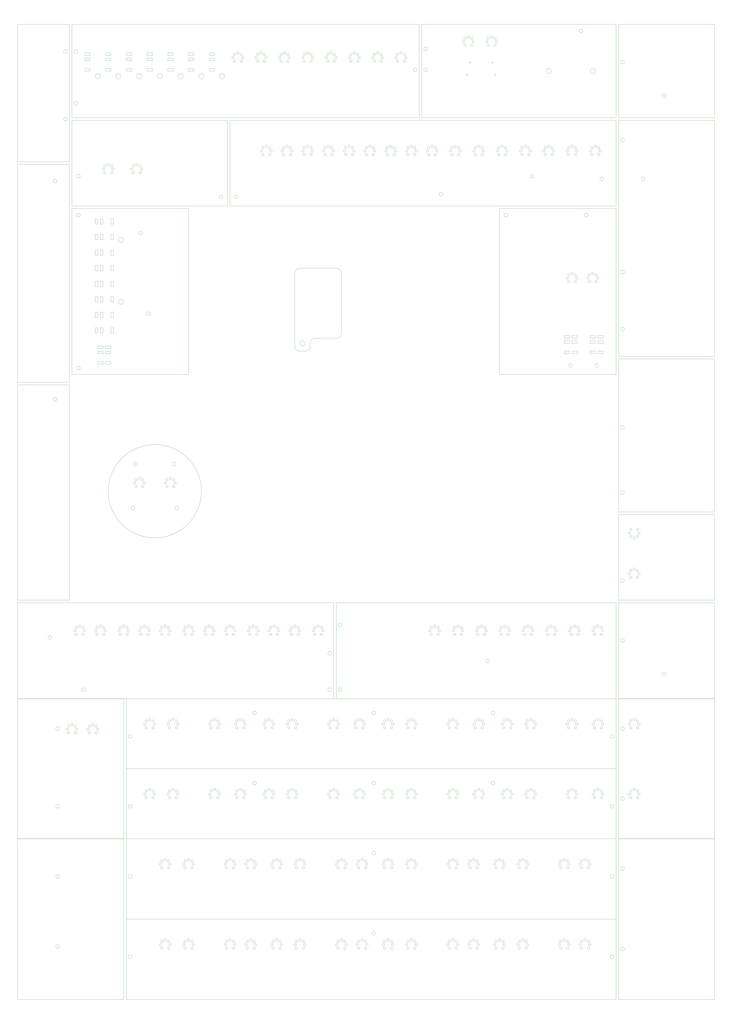
<source format=gbr>
G04 DesignSpark PCB Gerber Version 12.0 Build 5941*
G04 #@! TF.Part,Single*
%FSLAX35Y35*%
%MOIN*%
%ADD11C,0.00500*%
G04 #@! TD.AperFunction*
X0Y0D02*
D02*
D11*
X250Y1160250D02*
X1220250D01*
Y1530250D01*
X250D01*
Y1160250D01*
Y3230250D02*
X200250D01*
Y3760250D01*
X250D01*
Y3230250D01*
X130250Y1400250D02*
G75*
G03*
X120250Y1390250I-5000J-5000D01*
G01*
G75*
G03*
X130250Y1400250I5000J5000D01*
G01*
X150250Y2320250D02*
G75*
G03*
X140250Y2310250I-5000J-5000D01*
G01*
G75*
G03*
X150250Y2320250I5000J5000D01*
G01*
Y3160250D02*
G75*
G03*
X140250Y3150250I-5000J-5000D01*
G01*
G75*
G03*
X150250Y3160250I5000J5000D01*
G01*
X160250Y210250D02*
G75*
G03*
X150250Y200250I-5000J-5000D01*
G01*
G75*
G03*
X160250Y210250I5000J5000D01*
G01*
Y480250D02*
G75*
G03*
X150250Y470250I-5000J-5000D01*
G01*
G75*
G03*
X160250Y480250I5000J5000D01*
G01*
Y750250D02*
G75*
G03*
X150250Y740250I-5000J-5000D01*
G01*
G75*
G03*
X160250Y750250I5000J5000D01*
G01*
Y1050250D02*
G75*
G03*
X150250Y1040250I-5000J-5000D01*
G01*
G75*
G03*
X160250Y1050250I5000J5000D01*
G01*
X190250Y3400250D02*
G75*
G03*
X180250Y3390250I-5000J-5000D01*
G01*
G75*
G03*
X190250Y3400250I5000J5000D01*
G01*
Y3660250D02*
G75*
G03*
X180250Y3650250I-5000J-5000D01*
G01*
G75*
G03*
X190250Y3660250I5000J5000D01*
G01*
X191746Y1046470D02*
G75*
G03*
Y1037809I0J-4331D01*
G01*
G75*
G03*
Y1046470I0J4331D01*
G01*
X196864Y1032691D02*
G75*
G03*
Y1024030I0J-4331D01*
G01*
G75*
G03*
Y1032691I0J4331D01*
G01*
X197258Y1059069D02*
G75*
G03*
Y1050407I0J-4331D01*
G01*
G75*
G03*
Y1059069I0J4331D01*
G01*
X200250Y2370250D02*
Y1540250D01*
X250D01*
Y2370250D01*
X200250D01*
Y3220250D02*
Y2380250D01*
X250D01*
Y3220250D01*
X200250D01*
X210250Y1064581D02*
G75*
G03*
Y1055919I0J-4331D01*
G01*
G75*
G03*
Y1064581I0J4331D01*
G01*
Y2410250D02*
X660250D01*
Y3050250D01*
X210250D01*
Y2410250D01*
Y3390250D02*
Y3060250D01*
X810250D01*
Y3390250D01*
X210250D01*
Y3760250D02*
Y3400250D01*
X1550250D01*
Y3760250D01*
X210250D01*
X221746Y1426470D02*
G75*
G03*
Y1417809I0J-4331D01*
G01*
G75*
G03*
Y1426470I0J4331D01*
G01*
X223242Y1058675D02*
G75*
G03*
Y1050014I0J-4331D01*
G01*
G75*
G03*
Y1058675I0J4331D01*
G01*
X223636Y1032691D02*
G75*
G03*
Y1024030I0J-4331D01*
G01*
G75*
G03*
Y1032691I0J4331D01*
G01*
X226864Y1412691D02*
G75*
G03*
Y1404030I0J-4331D01*
G01*
G75*
G03*
Y1412691I0J4331D01*
G01*
X227258Y1439069D02*
G75*
G03*
Y1430407I0J-4331D01*
G01*
G75*
G03*
Y1439069I0J4331D01*
G01*
X228754Y1046470D02*
G75*
G03*
Y1037809I0J-4331D01*
G01*
G75*
G03*
Y1046470I0J4331D01*
G01*
X230250Y3460250D02*
G75*
G03*
X220250Y3450250I-5000J-5000D01*
G01*
G75*
G03*
X230250Y3460250I5000J5000D01*
G01*
Y3660250D02*
G75*
G03*
X220250Y3650250I-5000J-5000D01*
G01*
G75*
G03*
X230250Y3660250I5000J5000D01*
G01*
X240250Y1444581D02*
G75*
G03*
Y1435919I0J-4331D01*
G01*
G75*
G03*
Y1444581I0J4331D01*
G01*
Y2440250D02*
G75*
G03*
X230250Y2430250I-5000J-5000D01*
G01*
G75*
G03*
X240250Y2440250I5000J5000D01*
G01*
Y3030250D02*
G75*
G03*
X230250Y3020250I-5000J-5000D01*
G01*
G75*
G03*
X240250Y3030250I5000J5000D01*
G01*
Y3180250D02*
G75*
G03*
X230250Y3170250I-5000J-5000D01*
G01*
G75*
G03*
X240250Y3180250I5000J5000D01*
G01*
X253242Y1438675D02*
G75*
G03*
Y1430014I0J-4331D01*
G01*
G75*
G03*
Y1438675I0J4331D01*
G01*
X253636Y1412691D02*
G75*
G03*
Y1404030I0J-4331D01*
G01*
G75*
G03*
Y1412691I0J4331D01*
G01*
X258754Y1426470D02*
G75*
G03*
Y1417809I0J-4331D01*
G01*
G75*
G03*
Y1426470I0J4331D01*
G01*
X260250Y1200250D02*
G75*
G03*
X250250Y1190250I-5000J-5000D01*
G01*
G75*
G03*
X260250Y1200250I5000J5000D01*
G01*
X271746Y1046470D02*
G75*
G03*
Y1037809I0J-4331D01*
G01*
G75*
G03*
Y1046470I0J4331D01*
G01*
X276864Y1032691D02*
G75*
G03*
Y1024030I0J-4331D01*
G01*
G75*
G03*
Y1032691I0J4331D01*
G01*
X277258Y1059069D02*
G75*
G03*
Y1050407I0J-4331D01*
G01*
G75*
G03*
Y1059069I0J4331D01*
G01*
X280250Y3590250D02*
Y3580250D01*
X260250D01*
Y3590250D01*
X280250D01*
Y3630250D02*
Y3620250D01*
X260250D01*
Y3630250D01*
X280250D01*
Y3650250D02*
Y3640250D01*
X260250D01*
Y3650250D01*
X280250D01*
X290250Y1064581D02*
G75*
G03*
Y1055919I0J-4331D01*
G01*
G75*
G03*
Y1064581I0J4331D01*
G01*
X300250Y2590250D02*
X310250D01*
Y2570250D01*
X300250D01*
Y2590250D01*
Y2650250D02*
X310250D01*
Y2630250D01*
X300250D01*
Y2650250D01*
Y2710250D02*
X310250D01*
Y2690250D01*
X300250D01*
Y2710250D01*
Y2770250D02*
X310250D01*
Y2750250D01*
X300250D01*
Y2770250D01*
Y2830250D02*
X310250D01*
Y2810250D01*
X300250D01*
Y2830250D01*
Y2890250D02*
X310250D01*
Y2870250D01*
X300250D01*
Y2890250D01*
Y2950250D02*
X310250D01*
Y2930250D01*
X300250D01*
Y2950250D01*
Y3010250D02*
X310250D01*
Y2990250D01*
X300250D01*
Y3010250D01*
Y3560250D02*
G75*
G03*
X319935I9843J0D01*
G01*
G75*
G03*
X300250I-9843J0D01*
G01*
X301746Y1426470D02*
G75*
G03*
Y1417809I0J-4331D01*
G01*
G75*
G03*
Y1426470I0J4331D01*
G01*
X303242Y1058675D02*
G75*
G03*
Y1050014I0J-4331D01*
G01*
G75*
G03*
Y1058675I0J4331D01*
G01*
X303636Y1032691D02*
G75*
G03*
Y1024030I0J-4331D01*
G01*
G75*
G03*
Y1032691I0J4331D01*
G01*
X306864Y1412691D02*
G75*
G03*
Y1404030I0J-4331D01*
G01*
G75*
G03*
Y1412691I0J4331D01*
G01*
X307258Y1439069D02*
G75*
G03*
Y1430407I0J-4331D01*
G01*
G75*
G03*
Y1439069I0J4331D01*
G01*
X308754Y1046470D02*
G75*
G03*
Y1037809I0J-4331D01*
G01*
G75*
G03*
Y1046470I0J4331D01*
G01*
X320250Y1444581D02*
G75*
G03*
Y1435919I0J-4331D01*
G01*
G75*
G03*
Y1444581I0J4331D01*
G01*
Y2590250D02*
X330250D01*
Y2570250D01*
X320250D01*
Y2590250D01*
Y2650250D02*
X330250D01*
Y2630250D01*
X320250D01*
Y2650250D01*
Y2710250D02*
X330250D01*
Y2690250D01*
X320250D01*
Y2710250D01*
Y2770250D02*
X330250D01*
Y2750250D01*
X320250D01*
Y2770250D01*
Y2830250D02*
X330250D01*
Y2810250D01*
X320250D01*
Y2830250D01*
Y2890250D02*
X330250D01*
Y2870250D01*
X320250D01*
Y2890250D01*
Y2950250D02*
X330250D01*
Y2930250D01*
X320250D01*
Y2950250D01*
Y3010250D02*
X330250D01*
Y2990250D01*
X320250D01*
Y3010250D01*
X330250Y2460250D02*
Y2450250D01*
X310250D01*
Y2460250D01*
X330250D01*
Y2500250D02*
Y2490250D01*
X310250D01*
Y2500250D01*
X330250D01*
Y2520250D02*
Y2510250D01*
X310250D01*
Y2520250D01*
X330250D01*
X331746Y3206470D02*
G75*
G03*
Y3197809I0J-4331D01*
G01*
G75*
G03*
Y3206470I0J4331D01*
G01*
X333242Y1438675D02*
G75*
G03*
Y1430014I0J-4331D01*
G01*
G75*
G03*
Y1438675I0J4331D01*
G01*
X333636Y1412691D02*
G75*
G03*
Y1404030I0J-4331D01*
G01*
G75*
G03*
Y1412691I0J4331D01*
G01*
X336864Y3192691D02*
G75*
G03*
Y3184030I0J-4331D01*
G01*
G75*
G03*
Y3192691I0J4331D01*
G01*
X337258Y3219069D02*
G75*
G03*
Y3210407I0J-4331D01*
G01*
G75*
G03*
Y3219069I0J4331D01*
G01*
X338754Y1426470D02*
G75*
G03*
Y1417809I0J-4331D01*
G01*
G75*
G03*
Y1426470I0J4331D01*
G01*
X350250Y3224581D02*
G75*
G03*
Y3215919I0J-4331D01*
G01*
G75*
G03*
Y3224581I0J4331D01*
G01*
X360250Y2460250D02*
Y2450250D01*
X340250D01*
Y2460250D01*
X360250D01*
Y2500250D02*
Y2490250D01*
X340250D01*
Y2500250D01*
X360250D01*
Y2520250D02*
Y2510250D01*
X340250D01*
Y2520250D01*
X360250D01*
Y2590250D02*
X370250D01*
Y2570250D01*
X360250D01*
Y2590250D01*
Y2650250D02*
X370250D01*
Y2630250D01*
X360250D01*
Y2650250D01*
Y2710250D02*
X370250D01*
Y2690250D01*
X360250D01*
Y2710250D01*
Y2770250D02*
X370250D01*
Y2750250D01*
X360250D01*
Y2770250D01*
Y2830250D02*
X370250D01*
Y2810250D01*
X360250D01*
Y2830250D01*
Y2890250D02*
X370250D01*
Y2870250D01*
X360250D01*
Y2890250D01*
Y2950250D02*
X370250D01*
Y2930250D01*
X360250D01*
Y2950250D01*
Y3010250D02*
X370250D01*
Y2990250D01*
X360250D01*
Y3010250D01*
Y3590250D02*
Y3580250D01*
X340250D01*
Y3590250D01*
X360250D01*
Y3630250D02*
Y3620250D01*
X340250D01*
Y3630250D01*
X360250D01*
Y3650250D02*
Y3640250D01*
X340250D01*
Y3650250D01*
X360250D01*
X363242Y3218675D02*
G75*
G03*
Y3210014I0J-4331D01*
G01*
G75*
G03*
Y3218675I0J4331D01*
G01*
X363636Y3192691D02*
G75*
G03*
Y3184030I0J-4331D01*
G01*
G75*
G03*
Y3192691I0J4331D01*
G01*
X368754Y3206470D02*
G75*
G03*
Y3197809I0J-4331D01*
G01*
G75*
G03*
Y3206470I0J4331D01*
G01*
X380250Y3560250D02*
G75*
G03*
X399935I9843J0D01*
G01*
G75*
G03*
X380250I-9843J0D01*
G01*
X391746Y1426470D02*
G75*
G03*
Y1417809I0J-4331D01*
G01*
G75*
G03*
Y1426470I0J4331D01*
G01*
X396864Y1412691D02*
G75*
G03*
Y1404030I0J-4331D01*
G01*
G75*
G03*
Y1412691I0J4331D01*
G01*
X397258Y1439069D02*
G75*
G03*
Y1430407I0J-4331D01*
G01*
G75*
G03*
Y1439069I0J4331D01*
G01*
X400250Y2700250D02*
G75*
G03*
Y2680565I0J-9843D01*
G01*
G75*
G03*
Y2700250I0J9843D01*
G01*
Y2939935D02*
G75*
G03*
Y2920250I0J-9843D01*
G01*
G75*
G03*
Y2939935I0J9843D01*
G01*
X410250Y250D02*
X250D01*
Y620015D01*
X410250D01*
Y250D01*
Y620250D02*
X250D01*
Y1160015D01*
X410250D01*
Y620250D01*
Y1444581D02*
G75*
G03*
Y1435919I0J-4331D01*
G01*
G75*
G03*
Y1444581I0J4331D01*
G01*
X420250Y310250D02*
Y250D01*
X2310250D01*
Y310250D01*
X420250D01*
Y620250D02*
Y310250D01*
X2310250D01*
Y620250D01*
X420250D01*
Y890250D02*
Y620250D01*
X2310250D01*
Y890250D01*
X420250D01*
Y1160250D02*
Y890250D01*
X2310250D01*
Y1160250D01*
X420250D01*
X423242Y1438675D02*
G75*
G03*
Y1430014I0J-4331D01*
G01*
G75*
G03*
Y1438675I0J4331D01*
G01*
X423636Y1412691D02*
G75*
G03*
Y1404030I0J-4331D01*
G01*
G75*
G03*
Y1412691I0J4331D01*
G01*
X428754Y1426470D02*
G75*
G03*
Y1417809I0J-4331D01*
G01*
G75*
G03*
Y1426470I0J4331D01*
G01*
X440250Y170250D02*
G75*
G03*
X430250Y160250I-5000J-5000D01*
G01*
G75*
G03*
X440250Y170250I5000J5000D01*
G01*
Y480250D02*
G75*
G03*
X430250Y470250I-5000J-5000D01*
G01*
G75*
G03*
X440250Y480250I5000J5000D01*
G01*
Y750250D02*
G75*
G03*
X430250Y740250I-5000J-5000D01*
G01*
G75*
G03*
X440250Y750250I5000J5000D01*
G01*
Y1020250D02*
G75*
G03*
X430250Y1010250I-5000J-5000D01*
G01*
G75*
G03*
X440250Y1020250I5000J5000D01*
G01*
Y3590250D02*
Y3580250D01*
X420250D01*
Y3590250D01*
X440250D01*
Y3630250D02*
Y3620250D01*
X420250D01*
Y3630250D01*
X440250D01*
Y3650250D02*
Y3640250D01*
X420250D01*
Y3650250D01*
X440250D01*
X441746Y3206470D02*
G75*
G03*
Y3197809I0J-4331D01*
G01*
G75*
G03*
Y3206470I0J4331D01*
G01*
X446864Y3192691D02*
G75*
G03*
Y3184030I0J-4331D01*
G01*
G75*
G03*
Y3192691I0J4331D01*
G01*
X447258Y3219069D02*
G75*
G03*
Y3210407I0J-4331D01*
G01*
G75*
G03*
Y3219069I0J4331D01*
G01*
X450250Y1900250D02*
G75*
G03*
X440250Y1890250I-5000J-5000D01*
G01*
G75*
G03*
X450250Y1900250I5000J5000D01*
G01*
X451746Y1996470D02*
G75*
G03*
Y1987809I0J-4331D01*
G01*
G75*
G03*
Y1996470I0J4331D01*
G01*
X456864Y1982691D02*
G75*
G03*
Y1974030I0J-4331D01*
G01*
G75*
G03*
Y1982691I0J4331D01*
G01*
X457258Y2009069D02*
G75*
G03*
Y2000407I0J-4331D01*
G01*
G75*
G03*
Y2009069I0J4331D01*
G01*
X460250Y2070250D02*
G75*
G03*
X450250Y2060250I-5000J-5000D01*
G01*
G75*
G03*
X460250Y2070250I5000J5000D01*
G01*
Y3224581D02*
G75*
G03*
Y3215919I0J-4331D01*
G01*
G75*
G03*
Y3224581I0J4331D01*
G01*
Y3560250D02*
G75*
G03*
X479935I9843J0D01*
G01*
G75*
G03*
X460250I-9843J0D01*
G01*
X470250Y2014581D02*
G75*
G03*
Y2005919I0J-4331D01*
G01*
G75*
G03*
Y2014581I0J4331D01*
G01*
X471746Y1426470D02*
G75*
G03*
Y1417809I0J-4331D01*
G01*
G75*
G03*
Y1426470I0J4331D01*
G01*
X473242Y3218675D02*
G75*
G03*
Y3210014I0J-4331D01*
G01*
G75*
G03*
Y3218675I0J4331D01*
G01*
X473636Y3192691D02*
G75*
G03*
Y3184030I0J-4331D01*
G01*
G75*
G03*
Y3192691I0J4331D01*
G01*
X476864Y1412691D02*
G75*
G03*
Y1404030I0J-4331D01*
G01*
G75*
G03*
Y1412691I0J4331D01*
G01*
X477258Y1439069D02*
G75*
G03*
Y1430407I0J-4331D01*
G01*
G75*
G03*
Y1439069I0J4331D01*
G01*
X478754Y3206470D02*
G75*
G03*
Y3197809I0J-4331D01*
G01*
G75*
G03*
Y3206470I0J4331D01*
G01*
X480250Y2960250D02*
G75*
G03*
X470250Y2950250I-5000J-5000D01*
G01*
G75*
G03*
X480250Y2960250I5000J5000D01*
G01*
X483242Y2008675D02*
G75*
G03*
Y2000014I0J-4331D01*
G01*
G75*
G03*
Y2008675I0J4331D01*
G01*
X483636Y1982691D02*
G75*
G03*
Y1974030I0J-4331D01*
G01*
G75*
G03*
Y1982691I0J4331D01*
G01*
X488754Y1996470D02*
G75*
G03*
Y1987809I0J-4331D01*
G01*
G75*
G03*
Y1996470I0J4331D01*
G01*
X490250Y1444581D02*
G75*
G03*
Y1435919I0J-4331D01*
G01*
G75*
G03*
Y1444581I0J4331D01*
G01*
X491746Y796470D02*
G75*
G03*
Y787809I0J-4331D01*
G01*
G75*
G03*
Y796470I0J4331D01*
G01*
Y1066470D02*
G75*
G03*
Y1057809I0J-4331D01*
G01*
G75*
G03*
Y1066470I0J4331D01*
G01*
X496864Y782691D02*
G75*
G03*
Y774030I0J-4331D01*
G01*
G75*
G03*
Y782691I0J4331D01*
G01*
Y1052691D02*
G75*
G03*
Y1044030I0J-4331D01*
G01*
G75*
G03*
Y1052691I0J4331D01*
G01*
X497258Y809069D02*
G75*
G03*
Y800407I0J-4331D01*
G01*
G75*
G03*
Y809069I0J4331D01*
G01*
Y1079069D02*
G75*
G03*
Y1070407I0J-4331D01*
G01*
G75*
G03*
Y1079069I0J4331D01*
G01*
X503242Y1438675D02*
G75*
G03*
Y1430014I0J-4331D01*
G01*
G75*
G03*
Y1438675I0J4331D01*
G01*
X503636Y1412691D02*
G75*
G03*
Y1404030I0J-4331D01*
G01*
G75*
G03*
Y1412691I0J4331D01*
G01*
X508754Y1426470D02*
G75*
G03*
Y1417809I0J-4331D01*
G01*
G75*
G03*
Y1426470I0J4331D01*
G01*
X510250Y814581D02*
G75*
G03*
Y805919I0J-4331D01*
G01*
G75*
G03*
Y814581I0J4331D01*
G01*
Y1084581D02*
G75*
G03*
Y1075919I0J-4331D01*
G01*
G75*
G03*
Y1084581I0J4331D01*
G01*
Y2650250D02*
G75*
G03*
X500250Y2640250I-5000J-5000D01*
G01*
G75*
G03*
X510250Y2650250I5000J5000D01*
G01*
X520250Y3590250D02*
Y3580250D01*
X500250D01*
Y3590250D01*
X520250D01*
Y3630250D02*
Y3620250D01*
X500250D01*
Y3630250D01*
X520250D01*
Y3650250D02*
Y3640250D01*
X500250D01*
Y3650250D01*
X520250D01*
X523242Y808675D02*
G75*
G03*
Y800014I0J-4331D01*
G01*
G75*
G03*
Y808675I0J4331D01*
G01*
Y1078675D02*
G75*
G03*
Y1070014I0J-4331D01*
G01*
G75*
G03*
Y1078675I0J4331D01*
G01*
X523636Y782691D02*
G75*
G03*
Y774030I0J-4331D01*
G01*
G75*
G03*
Y782691I0J4331D01*
G01*
Y1052691D02*
G75*
G03*
Y1044030I0J-4331D01*
G01*
G75*
G03*
Y1052691I0J4331D01*
G01*
X528754Y796470D02*
G75*
G03*
Y787809I0J-4331D01*
G01*
G75*
G03*
Y796470I0J4331D01*
G01*
Y1066470D02*
G75*
G03*
Y1057809I0J-4331D01*
G01*
G75*
G03*
Y1066470I0J4331D01*
G01*
X530250Y2140250D02*
G75*
G03*
Y1780250I0J-180000D01*
G01*
G75*
G03*
Y2140250I0J180000D01*
G01*
X540250Y3560250D02*
G75*
G03*
X559935I9843J0D01*
G01*
G75*
G03*
X540250I-9843J0D01*
G01*
X551746Y216470D02*
G75*
G03*
Y207809I0J-4331D01*
G01*
G75*
G03*
Y216470I0J4331D01*
G01*
Y526470D02*
G75*
G03*
Y517809I0J-4331D01*
G01*
G75*
G03*
Y526470I0J4331D01*
G01*
Y1426470D02*
G75*
G03*
Y1417809I0J-4331D01*
G01*
G75*
G03*
Y1426470I0J4331D01*
G01*
X556864Y202691D02*
G75*
G03*
Y194030I0J-4331D01*
G01*
G75*
G03*
Y202691I0J4331D01*
G01*
Y512691D02*
G75*
G03*
Y504030I0J-4331D01*
G01*
G75*
G03*
Y512691I0J4331D01*
G01*
Y1412691D02*
G75*
G03*
Y1404030I0J-4331D01*
G01*
G75*
G03*
Y1412691I0J4331D01*
G01*
X557258Y229069D02*
G75*
G03*
Y220407I0J-4331D01*
G01*
G75*
G03*
Y229069I0J4331D01*
G01*
Y539069D02*
G75*
G03*
Y530407I0J-4331D01*
G01*
G75*
G03*
Y539069I0J4331D01*
G01*
Y1439069D02*
G75*
G03*
Y1430407I0J-4331D01*
G01*
G75*
G03*
Y1439069I0J4331D01*
G01*
X570250Y234581D02*
G75*
G03*
Y225919I0J-4331D01*
G01*
G75*
G03*
Y234581I0J4331D01*
G01*
Y544581D02*
G75*
G03*
Y535919I0J-4331D01*
G01*
G75*
G03*
Y544581I0J4331D01*
G01*
Y1444581D02*
G75*
G03*
Y1435919I0J-4331D01*
G01*
G75*
G03*
Y1444581I0J4331D01*
G01*
X571746Y1996470D02*
G75*
G03*
Y1987809I0J-4331D01*
G01*
G75*
G03*
Y1996470I0J4331D01*
G01*
X576864Y1982691D02*
G75*
G03*
Y1974030I0J-4331D01*
G01*
G75*
G03*
Y1982691I0J4331D01*
G01*
X577258Y2009069D02*
G75*
G03*
Y2000407I0J-4331D01*
G01*
G75*
G03*
Y2009069I0J4331D01*
G01*
X581746Y796470D02*
G75*
G03*
Y787809I0J-4331D01*
G01*
G75*
G03*
Y796470I0J4331D01*
G01*
Y1066470D02*
G75*
G03*
Y1057809I0J-4331D01*
G01*
G75*
G03*
Y1066470I0J4331D01*
G01*
X583242Y228675D02*
G75*
G03*
Y220014I0J-4331D01*
G01*
G75*
G03*
Y228675I0J4331D01*
G01*
Y538675D02*
G75*
G03*
Y530014I0J-4331D01*
G01*
G75*
G03*
Y538675I0J4331D01*
G01*
Y1438675D02*
G75*
G03*
Y1430014I0J-4331D01*
G01*
G75*
G03*
Y1438675I0J4331D01*
G01*
X583636Y202691D02*
G75*
G03*
Y194030I0J-4331D01*
G01*
G75*
G03*
Y202691I0J4331D01*
G01*
Y512691D02*
G75*
G03*
Y504030I0J-4331D01*
G01*
G75*
G03*
Y512691I0J4331D01*
G01*
Y1412691D02*
G75*
G03*
Y1404030I0J-4331D01*
G01*
G75*
G03*
Y1412691I0J4331D01*
G01*
X586864Y782691D02*
G75*
G03*
Y774030I0J-4331D01*
G01*
G75*
G03*
Y782691I0J4331D01*
G01*
Y1052691D02*
G75*
G03*
Y1044030I0J-4331D01*
G01*
G75*
G03*
Y1052691I0J4331D01*
G01*
X587258Y809069D02*
G75*
G03*
Y800407I0J-4331D01*
G01*
G75*
G03*
Y809069I0J4331D01*
G01*
Y1079069D02*
G75*
G03*
Y1070407I0J-4331D01*
G01*
G75*
G03*
Y1079069I0J4331D01*
G01*
X588754Y216470D02*
G75*
G03*
Y207809I0J-4331D01*
G01*
G75*
G03*
Y216470I0J4331D01*
G01*
Y526470D02*
G75*
G03*
Y517809I0J-4331D01*
G01*
G75*
G03*
Y526470I0J4331D01*
G01*
Y1426470D02*
G75*
G03*
Y1417809I0J-4331D01*
G01*
G75*
G03*
Y1426470I0J4331D01*
G01*
X590250Y2014581D02*
G75*
G03*
Y2005919I0J-4331D01*
G01*
G75*
G03*
Y2014581I0J4331D01*
G01*
X600250Y814581D02*
G75*
G03*
Y805919I0J-4331D01*
G01*
G75*
G03*
Y814581I0J4331D01*
G01*
Y1084581D02*
G75*
G03*
Y1075919I0J-4331D01*
G01*
G75*
G03*
Y1084581I0J4331D01*
G01*
Y3590250D02*
Y3580250D01*
X580250D01*
Y3590250D01*
X600250D01*
Y3630250D02*
Y3620250D01*
X580250D01*
Y3630250D01*
X600250D01*
Y3650250D02*
Y3640250D01*
X580250D01*
Y3650250D01*
X600250D01*
X603242Y2008675D02*
G75*
G03*
Y2000014I0J-4331D01*
G01*
G75*
G03*
Y2008675I0J4331D01*
G01*
X603636Y1982691D02*
G75*
G03*
Y1974030I0J-4331D01*
G01*
G75*
G03*
Y1982691I0J4331D01*
G01*
X608754Y1996470D02*
G75*
G03*
Y1987809I0J-4331D01*
G01*
G75*
G03*
Y1996470I0J4331D01*
G01*
X610250Y2070250D02*
G75*
G03*
X600250Y2060250I-5000J-5000D01*
G01*
G75*
G03*
X610250Y2070250I5000J5000D01*
G01*
X613242Y808675D02*
G75*
G03*
Y800014I0J-4331D01*
G01*
G75*
G03*
Y808675I0J4331D01*
G01*
Y1078675D02*
G75*
G03*
Y1070014I0J-4331D01*
G01*
G75*
G03*
Y1078675I0J4331D01*
G01*
X613636Y782691D02*
G75*
G03*
Y774030I0J-4331D01*
G01*
G75*
G03*
Y782691I0J4331D01*
G01*
Y1052691D02*
G75*
G03*
Y1044030I0J-4331D01*
G01*
G75*
G03*
Y1052691I0J4331D01*
G01*
X618754Y796470D02*
G75*
G03*
Y787809I0J-4331D01*
G01*
G75*
G03*
Y796470I0J4331D01*
G01*
Y1066470D02*
G75*
G03*
Y1057809I0J-4331D01*
G01*
G75*
G03*
Y1066470I0J4331D01*
G01*
X620250Y1900250D02*
G75*
G03*
X610250Y1890250I-5000J-5000D01*
G01*
G75*
G03*
X620250Y1900250I5000J5000D01*
G01*
Y3560250D02*
G75*
G03*
X639935I9843J0D01*
G01*
G75*
G03*
X620250I-9843J0D01*
G01*
X641746Y216470D02*
G75*
G03*
Y207809I0J-4331D01*
G01*
G75*
G03*
Y216470I0J4331D01*
G01*
Y526470D02*
G75*
G03*
Y517809I0J-4331D01*
G01*
G75*
G03*
Y526470I0J4331D01*
G01*
Y1426470D02*
G75*
G03*
Y1417809I0J-4331D01*
G01*
G75*
G03*
Y1426470I0J4331D01*
G01*
X646864Y202691D02*
G75*
G03*
Y194030I0J-4331D01*
G01*
G75*
G03*
Y202691I0J4331D01*
G01*
Y512691D02*
G75*
G03*
Y504030I0J-4331D01*
G01*
G75*
G03*
Y512691I0J4331D01*
G01*
Y1412691D02*
G75*
G03*
Y1404030I0J-4331D01*
G01*
G75*
G03*
Y1412691I0J4331D01*
G01*
X647258Y229069D02*
G75*
G03*
Y220407I0J-4331D01*
G01*
G75*
G03*
Y229069I0J4331D01*
G01*
Y539069D02*
G75*
G03*
Y530407I0J-4331D01*
G01*
G75*
G03*
Y539069I0J4331D01*
G01*
Y1439069D02*
G75*
G03*
Y1430407I0J-4331D01*
G01*
G75*
G03*
Y1439069I0J4331D01*
G01*
X660250Y234581D02*
G75*
G03*
Y225919I0J-4331D01*
G01*
G75*
G03*
Y234581I0J4331D01*
G01*
Y544581D02*
G75*
G03*
Y535919I0J-4331D01*
G01*
G75*
G03*
Y544581I0J4331D01*
G01*
Y1444581D02*
G75*
G03*
Y1435919I0J-4331D01*
G01*
G75*
G03*
Y1444581I0J4331D01*
G01*
X673242Y228675D02*
G75*
G03*
Y220014I0J-4331D01*
G01*
G75*
G03*
Y228675I0J4331D01*
G01*
Y538675D02*
G75*
G03*
Y530014I0J-4331D01*
G01*
G75*
G03*
Y538675I0J4331D01*
G01*
Y1438675D02*
G75*
G03*
Y1430014I0J-4331D01*
G01*
G75*
G03*
Y1438675I0J4331D01*
G01*
X673636Y202691D02*
G75*
G03*
Y194030I0J-4331D01*
G01*
G75*
G03*
Y202691I0J4331D01*
G01*
Y512691D02*
G75*
G03*
Y504030I0J-4331D01*
G01*
G75*
G03*
Y512691I0J4331D01*
G01*
Y1412691D02*
G75*
G03*
Y1404030I0J-4331D01*
G01*
G75*
G03*
Y1412691I0J4331D01*
G01*
X678754Y216470D02*
G75*
G03*
Y207809I0J-4331D01*
G01*
G75*
G03*
Y216470I0J4331D01*
G01*
Y526470D02*
G75*
G03*
Y517809I0J-4331D01*
G01*
G75*
G03*
Y526470I0J4331D01*
G01*
Y1426470D02*
G75*
G03*
Y1417809I0J-4331D01*
G01*
G75*
G03*
Y1426470I0J4331D01*
G01*
X680250Y3590250D02*
Y3580250D01*
X660250D01*
Y3590250D01*
X680250D01*
Y3630250D02*
Y3620250D01*
X660250D01*
Y3630250D01*
X680250D01*
Y3650250D02*
Y3640250D01*
X660250D01*
Y3650250D01*
X680250D01*
X700250Y3560250D02*
G75*
G03*
X719935I9843J0D01*
G01*
G75*
G03*
X700250I-9843J0D01*
G01*
X721746Y1426470D02*
G75*
G03*
Y1417809I0J-4331D01*
G01*
G75*
G03*
Y1426470I0J4331D01*
G01*
X726864Y1412691D02*
G75*
G03*
Y1404030I0J-4331D01*
G01*
G75*
G03*
Y1412691I0J4331D01*
G01*
X727258Y1439069D02*
G75*
G03*
Y1430407I0J-4331D01*
G01*
G75*
G03*
Y1439069I0J4331D01*
G01*
X740250Y1444581D02*
G75*
G03*
Y1435919I0J-4331D01*
G01*
G75*
G03*
Y1444581I0J4331D01*
G01*
X741746Y796470D02*
G75*
G03*
Y787809I0J-4331D01*
G01*
G75*
G03*
Y796470I0J4331D01*
G01*
Y1066470D02*
G75*
G03*
Y1057809I0J-4331D01*
G01*
G75*
G03*
Y1066470I0J4331D01*
G01*
X746864Y782691D02*
G75*
G03*
Y774030I0J-4331D01*
G01*
G75*
G03*
Y782691I0J4331D01*
G01*
Y1052691D02*
G75*
G03*
Y1044030I0J-4331D01*
G01*
G75*
G03*
Y1052691I0J4331D01*
G01*
X747258Y809069D02*
G75*
G03*
Y800407I0J-4331D01*
G01*
G75*
G03*
Y809069I0J4331D01*
G01*
Y1079069D02*
G75*
G03*
Y1070407I0J-4331D01*
G01*
G75*
G03*
Y1079069I0J4331D01*
G01*
X753242Y1438675D02*
G75*
G03*
Y1430014I0J-4331D01*
G01*
G75*
G03*
Y1438675I0J4331D01*
G01*
X753636Y1412691D02*
G75*
G03*
Y1404030I0J-4331D01*
G01*
G75*
G03*
Y1412691I0J4331D01*
G01*
X758754Y1426470D02*
G75*
G03*
Y1417809I0J-4331D01*
G01*
G75*
G03*
Y1426470I0J4331D01*
G01*
X760250Y814581D02*
G75*
G03*
Y805919I0J-4331D01*
G01*
G75*
G03*
Y814581I0J4331D01*
G01*
Y1084581D02*
G75*
G03*
Y1075919I0J-4331D01*
G01*
G75*
G03*
Y1084581I0J4331D01*
G01*
Y3590250D02*
Y3580250D01*
X740250D01*
Y3590250D01*
X760250D01*
Y3630250D02*
Y3620250D01*
X740250D01*
Y3630250D01*
X760250D01*
Y3650250D02*
Y3640250D01*
X740250D01*
Y3650250D01*
X760250D01*
X773242Y808675D02*
G75*
G03*
Y800014I0J-4331D01*
G01*
G75*
G03*
Y808675I0J4331D01*
G01*
Y1078675D02*
G75*
G03*
Y1070014I0J-4331D01*
G01*
G75*
G03*
Y1078675I0J4331D01*
G01*
X773636Y782691D02*
G75*
G03*
Y774030I0J-4331D01*
G01*
G75*
G03*
Y782691I0J4331D01*
G01*
Y1052691D02*
G75*
G03*
Y1044030I0J-4331D01*
G01*
G75*
G03*
Y1052691I0J4331D01*
G01*
X778754Y796470D02*
G75*
G03*
Y787809I0J-4331D01*
G01*
G75*
G03*
Y796470I0J4331D01*
G01*
Y1066470D02*
G75*
G03*
Y1057809I0J-4331D01*
G01*
G75*
G03*
Y1066470I0J4331D01*
G01*
X780250Y3560250D02*
G75*
G03*
X799935I9843J0D01*
G01*
G75*
G03*
X780250I-9843J0D01*
G01*
X790250Y3100250D02*
G75*
G03*
X780250Y3090250I-5000J-5000D01*
G01*
G75*
G03*
X790250Y3100250I5000J5000D01*
G01*
X801746Y216470D02*
G75*
G03*
Y207809I0J-4331D01*
G01*
G75*
G03*
Y216470I0J4331D01*
G01*
Y526470D02*
G75*
G03*
Y517809I0J-4331D01*
G01*
G75*
G03*
Y526470I0J4331D01*
G01*
Y1426470D02*
G75*
G03*
Y1417809I0J-4331D01*
G01*
G75*
G03*
Y1426470I0J4331D01*
G01*
X806864Y202691D02*
G75*
G03*
Y194030I0J-4331D01*
G01*
G75*
G03*
Y202691I0J4331D01*
G01*
Y512691D02*
G75*
G03*
Y504030I0J-4331D01*
G01*
G75*
G03*
Y512691I0J4331D01*
G01*
Y1412691D02*
G75*
G03*
Y1404030I0J-4331D01*
G01*
G75*
G03*
Y1412691I0J4331D01*
G01*
X807258Y229069D02*
G75*
G03*
Y220407I0J-4331D01*
G01*
G75*
G03*
Y229069I0J4331D01*
G01*
Y539069D02*
G75*
G03*
Y530407I0J-4331D01*
G01*
G75*
G03*
Y539069I0J4331D01*
G01*
Y1439069D02*
G75*
G03*
Y1430407I0J-4331D01*
G01*
G75*
G03*
Y1439069I0J4331D01*
G01*
X820250Y234581D02*
G75*
G03*
Y225919I0J-4331D01*
G01*
G75*
G03*
Y234581I0J4331D01*
G01*
Y544581D02*
G75*
G03*
Y535919I0J-4331D01*
G01*
G75*
G03*
Y544581I0J4331D01*
G01*
Y1444581D02*
G75*
G03*
Y1435919I0J-4331D01*
G01*
G75*
G03*
Y1444581I0J4331D01*
G01*
Y3390250D02*
Y3060250D01*
X2310250D01*
Y3390250D01*
X820250D01*
X831746Y3636470D02*
G75*
G03*
Y3627809I0J-4331D01*
G01*
G75*
G03*
Y3636470I0J4331D01*
G01*
X833242Y228675D02*
G75*
G03*
Y220014I0J-4331D01*
G01*
G75*
G03*
Y228675I0J4331D01*
G01*
Y538675D02*
G75*
G03*
Y530014I0J-4331D01*
G01*
G75*
G03*
Y538675I0J4331D01*
G01*
Y1438675D02*
G75*
G03*
Y1430014I0J-4331D01*
G01*
G75*
G03*
Y1438675I0J4331D01*
G01*
X833636Y202691D02*
G75*
G03*
Y194030I0J-4331D01*
G01*
G75*
G03*
Y202691I0J4331D01*
G01*
Y512691D02*
G75*
G03*
Y504030I0J-4331D01*
G01*
G75*
G03*
Y512691I0J4331D01*
G01*
Y1412691D02*
G75*
G03*
Y1404030I0J-4331D01*
G01*
G75*
G03*
Y1412691I0J4331D01*
G01*
X836864Y3622691D02*
G75*
G03*
Y3614030I0J-4331D01*
G01*
G75*
G03*
Y3622691I0J4331D01*
G01*
X837258Y3649069D02*
G75*
G03*
Y3640407I0J-4331D01*
G01*
G75*
G03*
Y3649069I0J4331D01*
G01*
X838754Y216470D02*
G75*
G03*
Y207809I0J-4331D01*
G01*
G75*
G03*
Y216470I0J4331D01*
G01*
Y526470D02*
G75*
G03*
Y517809I0J-4331D01*
G01*
G75*
G03*
Y526470I0J4331D01*
G01*
Y1426470D02*
G75*
G03*
Y1417809I0J-4331D01*
G01*
G75*
G03*
Y1426470I0J4331D01*
G01*
X841746Y796470D02*
G75*
G03*
Y787809I0J-4331D01*
G01*
G75*
G03*
Y796470I0J4331D01*
G01*
Y1066470D02*
G75*
G03*
Y1057809I0J-4331D01*
G01*
G75*
G03*
Y1066470I0J4331D01*
G01*
X846864Y782691D02*
G75*
G03*
Y774030I0J-4331D01*
G01*
G75*
G03*
Y782691I0J4331D01*
G01*
Y1052691D02*
G75*
G03*
Y1044030I0J-4331D01*
G01*
G75*
G03*
Y1052691I0J4331D01*
G01*
X847258Y809069D02*
G75*
G03*
Y800407I0J-4331D01*
G01*
G75*
G03*
Y809069I0J4331D01*
G01*
Y1079069D02*
G75*
G03*
Y1070407I0J-4331D01*
G01*
G75*
G03*
Y1079069I0J4331D01*
G01*
X850250Y3100250D02*
G75*
G03*
X840250Y3090250I-5000J-5000D01*
G01*
G75*
G03*
X850250Y3100250I5000J5000D01*
G01*
Y3654581D02*
G75*
G03*
Y3645919I0J-4331D01*
G01*
G75*
G03*
Y3654581I0J4331D01*
G01*
X860250Y814581D02*
G75*
G03*
Y805919I0J-4331D01*
G01*
G75*
G03*
Y814581I0J4331D01*
G01*
Y1084581D02*
G75*
G03*
Y1075919I0J-4331D01*
G01*
G75*
G03*
Y1084581I0J4331D01*
G01*
X863242Y3648675D02*
G75*
G03*
Y3640014I0J-4331D01*
G01*
G75*
G03*
Y3648675I0J4331D01*
G01*
X863636Y3622691D02*
G75*
G03*
Y3614030I0J-4331D01*
G01*
G75*
G03*
Y3622691I0J4331D01*
G01*
X868754Y3636470D02*
G75*
G03*
Y3627809I0J-4331D01*
G01*
G75*
G03*
Y3636470I0J4331D01*
G01*
X873242Y808675D02*
G75*
G03*
Y800014I0J-4331D01*
G01*
G75*
G03*
Y808675I0J4331D01*
G01*
Y1078675D02*
G75*
G03*
Y1070014I0J-4331D01*
G01*
G75*
G03*
Y1078675I0J4331D01*
G01*
X873636Y782691D02*
G75*
G03*
Y774030I0J-4331D01*
G01*
G75*
G03*
Y782691I0J4331D01*
G01*
Y1052691D02*
G75*
G03*
Y1044030I0J-4331D01*
G01*
G75*
G03*
Y1052691I0J4331D01*
G01*
X878754Y796470D02*
G75*
G03*
Y787809I0J-4331D01*
G01*
G75*
G03*
Y796470I0J4331D01*
G01*
Y1066470D02*
G75*
G03*
Y1057809I0J-4331D01*
G01*
G75*
G03*
Y1066470I0J4331D01*
G01*
X881746Y216470D02*
G75*
G03*
Y207809I0J-4331D01*
G01*
G75*
G03*
Y216470I0J4331D01*
G01*
Y526470D02*
G75*
G03*
Y517809I0J-4331D01*
G01*
G75*
G03*
Y526470I0J4331D01*
G01*
X886864Y202691D02*
G75*
G03*
Y194030I0J-4331D01*
G01*
G75*
G03*
Y202691I0J4331D01*
G01*
Y512691D02*
G75*
G03*
Y504030I0J-4331D01*
G01*
G75*
G03*
Y512691I0J4331D01*
G01*
X887258Y229069D02*
G75*
G03*
Y220407I0J-4331D01*
G01*
G75*
G03*
Y229069I0J4331D01*
G01*
Y539069D02*
G75*
G03*
Y530407I0J-4331D01*
G01*
G75*
G03*
Y539069I0J4331D01*
G01*
X891746Y1426470D02*
G75*
G03*
Y1417809I0J-4331D01*
G01*
G75*
G03*
Y1426470I0J4331D01*
G01*
X896864Y1412691D02*
G75*
G03*
Y1404030I0J-4331D01*
G01*
G75*
G03*
Y1412691I0J4331D01*
G01*
X897258Y1439069D02*
G75*
G03*
Y1430407I0J-4331D01*
G01*
G75*
G03*
Y1439069I0J4331D01*
G01*
X900250Y234581D02*
G75*
G03*
Y225919I0J-4331D01*
G01*
G75*
G03*
Y234581I0J4331D01*
G01*
Y544581D02*
G75*
G03*
Y535919I0J-4331D01*
G01*
G75*
G03*
Y544581I0J4331D01*
G01*
X910250Y1444581D02*
G75*
G03*
Y1435919I0J-4331D01*
G01*
G75*
G03*
Y1444581I0J4331D01*
G01*
X913242Y228675D02*
G75*
G03*
Y220014I0J-4331D01*
G01*
G75*
G03*
Y228675I0J4331D01*
G01*
Y538675D02*
G75*
G03*
Y530014I0J-4331D01*
G01*
G75*
G03*
Y538675I0J4331D01*
G01*
X913636Y202691D02*
G75*
G03*
Y194030I0J-4331D01*
G01*
G75*
G03*
Y202691I0J4331D01*
G01*
Y512691D02*
G75*
G03*
Y504030I0J-4331D01*
G01*
G75*
G03*
Y512691I0J4331D01*
G01*
X918754Y216470D02*
G75*
G03*
Y207809I0J-4331D01*
G01*
G75*
G03*
Y216470I0J4331D01*
G01*
Y526470D02*
G75*
G03*
Y517809I0J-4331D01*
G01*
G75*
G03*
Y526470I0J4331D01*
G01*
X920250Y840250D02*
G75*
G03*
X910250Y830250I-5000J-5000D01*
G01*
G75*
G03*
X920250Y840250I5000J5000D01*
G01*
Y1110250D02*
G75*
G03*
X910250Y1100250I-5000J-5000D01*
G01*
G75*
G03*
X920250Y1110250I5000J5000D01*
G01*
X921746Y3636470D02*
G75*
G03*
Y3627809I0J-4331D01*
G01*
G75*
G03*
Y3636470I0J4331D01*
G01*
X923242Y1438675D02*
G75*
G03*
Y1430014I0J-4331D01*
G01*
G75*
G03*
Y1438675I0J4331D01*
G01*
X923636Y1412691D02*
G75*
G03*
Y1404030I0J-4331D01*
G01*
G75*
G03*
Y1412691I0J4331D01*
G01*
X926864Y3622691D02*
G75*
G03*
Y3614030I0J-4331D01*
G01*
G75*
G03*
Y3622691I0J4331D01*
G01*
X927258Y3649069D02*
G75*
G03*
Y3640407I0J-4331D01*
G01*
G75*
G03*
Y3649069I0J4331D01*
G01*
X928754Y1426470D02*
G75*
G03*
Y1417809I0J-4331D01*
G01*
G75*
G03*
Y1426470I0J4331D01*
G01*
X940250Y3654581D02*
G75*
G03*
Y3645919I0J-4331D01*
G01*
G75*
G03*
Y3654581I0J4331D01*
G01*
X941746Y3276470D02*
G75*
G03*
Y3267809I0J-4331D01*
G01*
G75*
G03*
Y3276470I0J4331D01*
G01*
X946864Y3262691D02*
G75*
G03*
Y3254030I0J-4331D01*
G01*
G75*
G03*
Y3262691I0J4331D01*
G01*
X947258Y3289069D02*
G75*
G03*
Y3280407I0J-4331D01*
G01*
G75*
G03*
Y3289069I0J4331D01*
G01*
X951746Y796470D02*
G75*
G03*
Y787809I0J-4331D01*
G01*
G75*
G03*
Y796470I0J4331D01*
G01*
Y1066470D02*
G75*
G03*
Y1057809I0J-4331D01*
G01*
G75*
G03*
Y1066470I0J4331D01*
G01*
X953242Y3648675D02*
G75*
G03*
Y3640014I0J-4331D01*
G01*
G75*
G03*
Y3648675I0J4331D01*
G01*
X953636Y3622691D02*
G75*
G03*
Y3614030I0J-4331D01*
G01*
G75*
G03*
Y3622691I0J4331D01*
G01*
X956864Y782691D02*
G75*
G03*
Y774030I0J-4331D01*
G01*
G75*
G03*
Y782691I0J4331D01*
G01*
Y1052691D02*
G75*
G03*
Y1044030I0J-4331D01*
G01*
G75*
G03*
Y1052691I0J4331D01*
G01*
X957258Y809069D02*
G75*
G03*
Y800407I0J-4331D01*
G01*
G75*
G03*
Y809069I0J4331D01*
G01*
Y1079069D02*
G75*
G03*
Y1070407I0J-4331D01*
G01*
G75*
G03*
Y1079069I0J4331D01*
G01*
X958754Y3636470D02*
G75*
G03*
Y3627809I0J-4331D01*
G01*
G75*
G03*
Y3636470I0J4331D01*
G01*
X960250Y3294581D02*
G75*
G03*
Y3285919I0J-4331D01*
G01*
G75*
G03*
Y3294581I0J4331D01*
G01*
X970250Y814581D02*
G75*
G03*
Y805919I0J-4331D01*
G01*
G75*
G03*
Y814581I0J4331D01*
G01*
Y1084581D02*
G75*
G03*
Y1075919I0J-4331D01*
G01*
G75*
G03*
Y1084581I0J4331D01*
G01*
X971746Y1426470D02*
G75*
G03*
Y1417809I0J-4331D01*
G01*
G75*
G03*
Y1426470I0J4331D01*
G01*
X973242Y3288675D02*
G75*
G03*
Y3280014I0J-4331D01*
G01*
G75*
G03*
Y3288675I0J4331D01*
G01*
X973636Y3262691D02*
G75*
G03*
Y3254030I0J-4331D01*
G01*
G75*
G03*
Y3262691I0J4331D01*
G01*
X976864Y1412691D02*
G75*
G03*
Y1404030I0J-4331D01*
G01*
G75*
G03*
Y1412691I0J4331D01*
G01*
X977258Y1439069D02*
G75*
G03*
Y1430407I0J-4331D01*
G01*
G75*
G03*
Y1439069I0J4331D01*
G01*
X978754Y3276470D02*
G75*
G03*
Y3267809I0J-4331D01*
G01*
G75*
G03*
Y3276470I0J4331D01*
G01*
X981746Y216470D02*
G75*
G03*
Y207809I0J-4331D01*
G01*
G75*
G03*
Y216470I0J4331D01*
G01*
Y526470D02*
G75*
G03*
Y517809I0J-4331D01*
G01*
G75*
G03*
Y526470I0J4331D01*
G01*
X983242Y808675D02*
G75*
G03*
Y800014I0J-4331D01*
G01*
G75*
G03*
Y808675I0J4331D01*
G01*
Y1078675D02*
G75*
G03*
Y1070014I0J-4331D01*
G01*
G75*
G03*
Y1078675I0J4331D01*
G01*
X983636Y782691D02*
G75*
G03*
Y774030I0J-4331D01*
G01*
G75*
G03*
Y782691I0J4331D01*
G01*
Y1052691D02*
G75*
G03*
Y1044030I0J-4331D01*
G01*
G75*
G03*
Y1052691I0J4331D01*
G01*
X986864Y202691D02*
G75*
G03*
Y194030I0J-4331D01*
G01*
G75*
G03*
Y202691I0J4331D01*
G01*
Y512691D02*
G75*
G03*
Y504030I0J-4331D01*
G01*
G75*
G03*
Y512691I0J4331D01*
G01*
X987258Y229069D02*
G75*
G03*
Y220407I0J-4331D01*
G01*
G75*
G03*
Y229069I0J4331D01*
G01*
Y539069D02*
G75*
G03*
Y530407I0J-4331D01*
G01*
G75*
G03*
Y539069I0J4331D01*
G01*
X988754Y796470D02*
G75*
G03*
Y787809I0J-4331D01*
G01*
G75*
G03*
Y796470I0J4331D01*
G01*
Y1066470D02*
G75*
G03*
Y1057809I0J-4331D01*
G01*
G75*
G03*
Y1066470I0J4331D01*
G01*
X990250Y1444581D02*
G75*
G03*
Y1435919I0J-4331D01*
G01*
G75*
G03*
Y1444581I0J4331D01*
G01*
X1000250Y234581D02*
G75*
G03*
Y225919I0J-4331D01*
G01*
G75*
G03*
Y234581I0J4331D01*
G01*
Y544581D02*
G75*
G03*
Y535919I0J-4331D01*
G01*
G75*
G03*
Y544581I0J4331D01*
G01*
X1003242Y1438675D02*
G75*
G03*
Y1430014I0J-4331D01*
G01*
G75*
G03*
Y1438675I0J4331D01*
G01*
X1003636Y1412691D02*
G75*
G03*
Y1404030I0J-4331D01*
G01*
G75*
G03*
Y1412691I0J4331D01*
G01*
X1008754Y1426470D02*
G75*
G03*
Y1417809I0J-4331D01*
G01*
G75*
G03*
Y1426470I0J4331D01*
G01*
X1011746Y3636470D02*
G75*
G03*
Y3627809I0J-4331D01*
G01*
G75*
G03*
Y3636470I0J4331D01*
G01*
X1013242Y228675D02*
G75*
G03*
Y220014I0J-4331D01*
G01*
G75*
G03*
Y228675I0J4331D01*
G01*
Y538675D02*
G75*
G03*
Y530014I0J-4331D01*
G01*
G75*
G03*
Y538675I0J4331D01*
G01*
X1013636Y202691D02*
G75*
G03*
Y194030I0J-4331D01*
G01*
G75*
G03*
Y202691I0J4331D01*
G01*
Y512691D02*
G75*
G03*
Y504030I0J-4331D01*
G01*
G75*
G03*
Y512691I0J4331D01*
G01*
X1016864Y3622691D02*
G75*
G03*
Y3614030I0J-4331D01*
G01*
G75*
G03*
Y3622691I0J4331D01*
G01*
X1017258Y3649069D02*
G75*
G03*
Y3640407I0J-4331D01*
G01*
G75*
G03*
Y3649069I0J4331D01*
G01*
X1018754Y216470D02*
G75*
G03*
Y207809I0J-4331D01*
G01*
G75*
G03*
Y216470I0J4331D01*
G01*
Y526470D02*
G75*
G03*
Y517809I0J-4331D01*
G01*
G75*
G03*
Y526470I0J4331D01*
G01*
X1021746Y3276470D02*
G75*
G03*
Y3267809I0J-4331D01*
G01*
G75*
G03*
Y3276470I0J4331D01*
G01*
X1026864Y3262691D02*
G75*
G03*
Y3254030I0J-4331D01*
G01*
G75*
G03*
Y3262691I0J4331D01*
G01*
X1027258Y3289069D02*
G75*
G03*
Y3280407I0J-4331D01*
G01*
G75*
G03*
Y3289069I0J4331D01*
G01*
X1030250Y3654581D02*
G75*
G03*
Y3645919I0J-4331D01*
G01*
G75*
G03*
Y3654581I0J4331D01*
G01*
X1040250Y3294581D02*
G75*
G03*
Y3285919I0J-4331D01*
G01*
G75*
G03*
Y3294581I0J4331D01*
G01*
X1041746Y796470D02*
G75*
G03*
Y787809I0J-4331D01*
G01*
G75*
G03*
Y796470I0J4331D01*
G01*
Y1066470D02*
G75*
G03*
Y1057809I0J-4331D01*
G01*
G75*
G03*
Y1066470I0J4331D01*
G01*
X1043242Y3648675D02*
G75*
G03*
Y3640014I0J-4331D01*
G01*
G75*
G03*
Y3648675I0J4331D01*
G01*
X1043636Y3622691D02*
G75*
G03*
Y3614030I0J-4331D01*
G01*
G75*
G03*
Y3622691I0J4331D01*
G01*
X1046864Y782691D02*
G75*
G03*
Y774030I0J-4331D01*
G01*
G75*
G03*
Y782691I0J4331D01*
G01*
Y1052691D02*
G75*
G03*
Y1044030I0J-4331D01*
G01*
G75*
G03*
Y1052691I0J4331D01*
G01*
X1047258Y809069D02*
G75*
G03*
Y800407I0J-4331D01*
G01*
G75*
G03*
Y809069I0J4331D01*
G01*
Y1079069D02*
G75*
G03*
Y1070407I0J-4331D01*
G01*
G75*
G03*
Y1079069I0J4331D01*
G01*
X1048754Y3636470D02*
G75*
G03*
Y3627809I0J-4331D01*
G01*
G75*
G03*
Y3636470I0J4331D01*
G01*
X1051746Y1426470D02*
G75*
G03*
Y1417809I0J-4331D01*
G01*
G75*
G03*
Y1426470I0J4331D01*
G01*
X1053242Y3288675D02*
G75*
G03*
Y3280014I0J-4331D01*
G01*
G75*
G03*
Y3288675I0J4331D01*
G01*
X1053636Y3262691D02*
G75*
G03*
Y3254030I0J-4331D01*
G01*
G75*
G03*
Y3262691I0J4331D01*
G01*
X1056864Y1412691D02*
G75*
G03*
Y1404030I0J-4331D01*
G01*
G75*
G03*
Y1412691I0J4331D01*
G01*
X1057258Y1439069D02*
G75*
G03*
Y1430407I0J-4331D01*
G01*
G75*
G03*
Y1439069I0J4331D01*
G01*
X1058754Y3276470D02*
G75*
G03*
Y3267809I0J-4331D01*
G01*
G75*
G03*
Y3276470I0J4331D01*
G01*
X1060250Y814581D02*
G75*
G03*
Y805919I0J-4331D01*
G01*
G75*
G03*
Y814581I0J4331D01*
G01*
Y1084581D02*
G75*
G03*
Y1075919I0J-4331D01*
G01*
G75*
G03*
Y1084581I0J4331D01*
G01*
X1070250Y1444581D02*
G75*
G03*
Y1435919I0J-4331D01*
G01*
G75*
G03*
Y1444581I0J4331D01*
G01*
Y2520250D02*
G75*
G03*
X1090250Y2500250I20000J0D01*
G01*
X1110250D01*
G75*
G03*
X1130250Y2520250I0J20000D01*
G01*
Y2530250D01*
G75*
G02*
X1150250Y2550250I20000J0D01*
G01*
X1230250D01*
G75*
G03*
X1250250Y2570250I0J20000D01*
G01*
Y2800250D01*
G75*
G03*
X1230250Y2820250I-20000J0D01*
G01*
X1090250D01*
G75*
G03*
X1070250Y2800250I0J-20000D01*
G01*
Y2520250D01*
X1071746Y216470D02*
G75*
G03*
Y207809I0J-4331D01*
G01*
G75*
G03*
Y216470I0J4331D01*
G01*
Y526470D02*
G75*
G03*
Y517809I0J-4331D01*
G01*
G75*
G03*
Y526470I0J4331D01*
G01*
X1073242Y808675D02*
G75*
G03*
Y800014I0J-4331D01*
G01*
G75*
G03*
Y808675I0J4331D01*
G01*
Y1078675D02*
G75*
G03*
Y1070014I0J-4331D01*
G01*
G75*
G03*
Y1078675I0J4331D01*
G01*
X1073636Y782691D02*
G75*
G03*
Y774030I0J-4331D01*
G01*
G75*
G03*
Y782691I0J4331D01*
G01*
Y1052691D02*
G75*
G03*
Y1044030I0J-4331D01*
G01*
G75*
G03*
Y1052691I0J4331D01*
G01*
X1076864Y202691D02*
G75*
G03*
Y194030I0J-4331D01*
G01*
G75*
G03*
Y202691I0J4331D01*
G01*
Y512691D02*
G75*
G03*
Y504030I0J-4331D01*
G01*
G75*
G03*
Y512691I0J4331D01*
G01*
X1077258Y229069D02*
G75*
G03*
Y220407I0J-4331D01*
G01*
G75*
G03*
Y229069I0J4331D01*
G01*
Y539069D02*
G75*
G03*
Y530407I0J-4331D01*
G01*
G75*
G03*
Y539069I0J4331D01*
G01*
X1078754Y796470D02*
G75*
G03*
Y787809I0J-4331D01*
G01*
G75*
G03*
Y796470I0J4331D01*
G01*
Y1066470D02*
G75*
G03*
Y1057809I0J-4331D01*
G01*
G75*
G03*
Y1066470I0J4331D01*
G01*
X1083242Y1438675D02*
G75*
G03*
Y1430014I0J-4331D01*
G01*
G75*
G03*
Y1438675I0J4331D01*
G01*
X1083636Y1412691D02*
G75*
G03*
Y1404030I0J-4331D01*
G01*
G75*
G03*
Y1412691I0J4331D01*
G01*
X1088754Y1426470D02*
G75*
G03*
Y1417809I0J-4331D01*
G01*
G75*
G03*
Y1426470I0J4331D01*
G01*
X1090250Y234581D02*
G75*
G03*
Y225919I0J-4331D01*
G01*
G75*
G03*
Y234581I0J4331D01*
G01*
Y544581D02*
G75*
G03*
Y535919I0J-4331D01*
G01*
G75*
G03*
Y544581I0J4331D01*
G01*
X1100250Y2540250D02*
G75*
G03*
Y2520250I0J-10000D01*
G01*
G75*
G03*
Y2540250I0J10000D01*
G01*
X1101746Y3276470D02*
G75*
G03*
Y3267809I0J-4331D01*
G01*
G75*
G03*
Y3276470I0J4331D01*
G01*
Y3636470D02*
G75*
G03*
Y3627809I0J-4331D01*
G01*
G75*
G03*
Y3636470I0J4331D01*
G01*
X1103242Y228675D02*
G75*
G03*
Y220014I0J-4331D01*
G01*
G75*
G03*
Y228675I0J4331D01*
G01*
Y538675D02*
G75*
G03*
Y530014I0J-4331D01*
G01*
G75*
G03*
Y538675I0J4331D01*
G01*
X1103636Y202691D02*
G75*
G03*
Y194030I0J-4331D01*
G01*
G75*
G03*
Y202691I0J4331D01*
G01*
Y512691D02*
G75*
G03*
Y504030I0J-4331D01*
G01*
G75*
G03*
Y512691I0J4331D01*
G01*
X1106864Y3262691D02*
G75*
G03*
Y3254030I0J-4331D01*
G01*
G75*
G03*
Y3262691I0J4331D01*
G01*
Y3622691D02*
G75*
G03*
Y3614030I0J-4331D01*
G01*
G75*
G03*
Y3622691I0J4331D01*
G01*
X1107258Y3289069D02*
G75*
G03*
Y3280407I0J-4331D01*
G01*
G75*
G03*
Y3289069I0J4331D01*
G01*
Y3649069D02*
G75*
G03*
Y3640407I0J-4331D01*
G01*
G75*
G03*
Y3649069I0J4331D01*
G01*
X1108754Y216470D02*
G75*
G03*
Y207809I0J-4331D01*
G01*
G75*
G03*
Y216470I0J4331D01*
G01*
Y526470D02*
G75*
G03*
Y517809I0J-4331D01*
G01*
G75*
G03*
Y526470I0J4331D01*
G01*
X1120250Y3294581D02*
G75*
G03*
Y3285919I0J-4331D01*
G01*
G75*
G03*
Y3294581I0J4331D01*
G01*
Y3654581D02*
G75*
G03*
Y3645919I0J-4331D01*
G01*
G75*
G03*
Y3654581I0J4331D01*
G01*
X1133242Y3288675D02*
G75*
G03*
Y3280014I0J-4331D01*
G01*
G75*
G03*
Y3288675I0J4331D01*
G01*
Y3648675D02*
G75*
G03*
Y3640014I0J-4331D01*
G01*
G75*
G03*
Y3648675I0J4331D01*
G01*
X1133636Y3262691D02*
G75*
G03*
Y3254030I0J-4331D01*
G01*
G75*
G03*
Y3262691I0J4331D01*
G01*
Y3622691D02*
G75*
G03*
Y3614030I0J-4331D01*
G01*
G75*
G03*
Y3622691I0J4331D01*
G01*
X1138754Y3276470D02*
G75*
G03*
Y3267809I0J-4331D01*
G01*
G75*
G03*
Y3276470I0J4331D01*
G01*
Y3636470D02*
G75*
G03*
Y3627809I0J-4331D01*
G01*
G75*
G03*
Y3636470I0J4331D01*
G01*
X1141746Y1426470D02*
G75*
G03*
Y1417809I0J-4331D01*
G01*
G75*
G03*
Y1426470I0J4331D01*
G01*
X1146864Y1412691D02*
G75*
G03*
Y1404030I0J-4331D01*
G01*
G75*
G03*
Y1412691I0J4331D01*
G01*
X1147258Y1439069D02*
G75*
G03*
Y1430407I0J-4331D01*
G01*
G75*
G03*
Y1439069I0J4331D01*
G01*
X1160250Y1444581D02*
G75*
G03*
Y1435919I0J-4331D01*
G01*
G75*
G03*
Y1444581I0J4331D01*
G01*
X1173242Y1438675D02*
G75*
G03*
Y1430014I0J-4331D01*
G01*
G75*
G03*
Y1438675I0J4331D01*
G01*
X1173636Y1412691D02*
G75*
G03*
Y1404030I0J-4331D01*
G01*
G75*
G03*
Y1412691I0J4331D01*
G01*
X1178754Y1426470D02*
G75*
G03*
Y1417809I0J-4331D01*
G01*
G75*
G03*
Y1426470I0J4331D01*
G01*
X1181746Y3276470D02*
G75*
G03*
Y3267809I0J-4331D01*
G01*
G75*
G03*
Y3276470I0J4331D01*
G01*
X1186864Y3262691D02*
G75*
G03*
Y3254030I0J-4331D01*
G01*
G75*
G03*
Y3262691I0J4331D01*
G01*
X1187258Y3289069D02*
G75*
G03*
Y3280407I0J-4331D01*
G01*
G75*
G03*
Y3289069I0J4331D01*
G01*
X1191746Y3636470D02*
G75*
G03*
Y3627809I0J-4331D01*
G01*
G75*
G03*
Y3636470I0J4331D01*
G01*
X1196864Y3622691D02*
G75*
G03*
Y3614030I0J-4331D01*
G01*
G75*
G03*
Y3622691I0J4331D01*
G01*
X1197258Y3649069D02*
G75*
G03*
Y3640407I0J-4331D01*
G01*
G75*
G03*
Y3649069I0J4331D01*
G01*
X1200250Y3294581D02*
G75*
G03*
Y3285919I0J-4331D01*
G01*
G75*
G03*
Y3294581I0J4331D01*
G01*
X1201746Y796470D02*
G75*
G03*
Y787809I0J-4331D01*
G01*
G75*
G03*
Y796470I0J4331D01*
G01*
Y1066470D02*
G75*
G03*
Y1057809I0J-4331D01*
G01*
G75*
G03*
Y1066470I0J4331D01*
G01*
X1206864Y782691D02*
G75*
G03*
Y774030I0J-4331D01*
G01*
G75*
G03*
Y782691I0J4331D01*
G01*
Y1052691D02*
G75*
G03*
Y1044030I0J-4331D01*
G01*
G75*
G03*
Y1052691I0J4331D01*
G01*
X1207258Y809069D02*
G75*
G03*
Y800407I0J-4331D01*
G01*
G75*
G03*
Y809069I0J4331D01*
G01*
Y1079069D02*
G75*
G03*
Y1070407I0J-4331D01*
G01*
G75*
G03*
Y1079069I0J4331D01*
G01*
X1210250Y1200250D02*
G75*
G03*
X1200250Y1190250I-5000J-5000D01*
G01*
G75*
G03*
X1210250Y1200250I5000J5000D01*
G01*
Y1340250D02*
G75*
G03*
X1200250Y1330250I-5000J-5000D01*
G01*
G75*
G03*
X1210250Y1340250I5000J5000D01*
G01*
Y3654581D02*
G75*
G03*
Y3645919I0J-4331D01*
G01*
G75*
G03*
Y3654581I0J4331D01*
G01*
X1213242Y3288675D02*
G75*
G03*
Y3280014I0J-4331D01*
G01*
G75*
G03*
Y3288675I0J4331D01*
G01*
X1213636Y3262691D02*
G75*
G03*
Y3254030I0J-4331D01*
G01*
G75*
G03*
Y3262691I0J4331D01*
G01*
X1218754Y3276470D02*
G75*
G03*
Y3267809I0J-4331D01*
G01*
G75*
G03*
Y3276470I0J4331D01*
G01*
X1220250Y814581D02*
G75*
G03*
Y805919I0J-4331D01*
G01*
G75*
G03*
Y814581I0J4331D01*
G01*
Y1084581D02*
G75*
G03*
Y1075919I0J-4331D01*
G01*
G75*
G03*
Y1084581I0J4331D01*
G01*
X1223242Y3648675D02*
G75*
G03*
Y3640014I0J-4331D01*
G01*
G75*
G03*
Y3648675I0J4331D01*
G01*
X1223636Y3622691D02*
G75*
G03*
Y3614030I0J-4331D01*
G01*
G75*
G03*
Y3622691I0J4331D01*
G01*
X1228754Y3636470D02*
G75*
G03*
Y3627809I0J-4331D01*
G01*
G75*
G03*
Y3636470I0J4331D01*
G01*
X1230250Y1160250D02*
X2310250D01*
Y1530250D01*
X1230250D01*
Y1160250D01*
X1231746Y216470D02*
G75*
G03*
Y207809I0J-4331D01*
G01*
G75*
G03*
Y216470I0J4331D01*
G01*
Y526470D02*
G75*
G03*
Y517809I0J-4331D01*
G01*
G75*
G03*
Y526470I0J4331D01*
G01*
X1233242Y808675D02*
G75*
G03*
Y800014I0J-4331D01*
G01*
G75*
G03*
Y808675I0J4331D01*
G01*
Y1078675D02*
G75*
G03*
Y1070014I0J-4331D01*
G01*
G75*
G03*
Y1078675I0J4331D01*
G01*
X1233636Y782691D02*
G75*
G03*
Y774030I0J-4331D01*
G01*
G75*
G03*
Y782691I0J4331D01*
G01*
Y1052691D02*
G75*
G03*
Y1044030I0J-4331D01*
G01*
G75*
G03*
Y1052691I0J4331D01*
G01*
X1236864Y202691D02*
G75*
G03*
Y194030I0J-4331D01*
G01*
G75*
G03*
Y202691I0J4331D01*
G01*
Y512691D02*
G75*
G03*
Y504030I0J-4331D01*
G01*
G75*
G03*
Y512691I0J4331D01*
G01*
X1237258Y229069D02*
G75*
G03*
Y220407I0J-4331D01*
G01*
G75*
G03*
Y229069I0J4331D01*
G01*
Y539069D02*
G75*
G03*
Y530407I0J-4331D01*
G01*
G75*
G03*
Y539069I0J4331D01*
G01*
X1238754Y796470D02*
G75*
G03*
Y787809I0J-4331D01*
G01*
G75*
G03*
Y796470I0J4331D01*
G01*
Y1066470D02*
G75*
G03*
Y1057809I0J-4331D01*
G01*
G75*
G03*
Y1066470I0J4331D01*
G01*
X1250250Y234581D02*
G75*
G03*
Y225919I0J-4331D01*
G01*
G75*
G03*
Y234581I0J4331D01*
G01*
Y544581D02*
G75*
G03*
Y535919I0J-4331D01*
G01*
G75*
G03*
Y544581I0J4331D01*
G01*
Y1200250D02*
G75*
G03*
X1240250Y1190250I-5000J-5000D01*
G01*
G75*
G03*
X1250250Y1200250I5000J5000D01*
G01*
Y1450250D02*
G75*
G03*
X1240250Y1440250I-5000J-5000D01*
G01*
G75*
G03*
X1250250Y1450250I5000J5000D01*
G01*
X1261746Y3276470D02*
G75*
G03*
Y3267809I0J-4331D01*
G01*
G75*
G03*
Y3276470I0J4331D01*
G01*
X1263242Y228675D02*
G75*
G03*
Y220014I0J-4331D01*
G01*
G75*
G03*
Y228675I0J4331D01*
G01*
Y538675D02*
G75*
G03*
Y530014I0J-4331D01*
G01*
G75*
G03*
Y538675I0J4331D01*
G01*
X1263636Y202691D02*
G75*
G03*
Y194030I0J-4331D01*
G01*
G75*
G03*
Y202691I0J4331D01*
G01*
Y512691D02*
G75*
G03*
Y504030I0J-4331D01*
G01*
G75*
G03*
Y512691I0J4331D01*
G01*
X1266864Y3262691D02*
G75*
G03*
Y3254030I0J-4331D01*
G01*
G75*
G03*
Y3262691I0J4331D01*
G01*
X1267258Y3289069D02*
G75*
G03*
Y3280407I0J-4331D01*
G01*
G75*
G03*
Y3289069I0J4331D01*
G01*
X1268754Y216470D02*
G75*
G03*
Y207809I0J-4331D01*
G01*
G75*
G03*
Y216470I0J4331D01*
G01*
Y526470D02*
G75*
G03*
Y517809I0J-4331D01*
G01*
G75*
G03*
Y526470I0J4331D01*
G01*
X1280250Y3294581D02*
G75*
G03*
Y3285919I0J-4331D01*
G01*
G75*
G03*
Y3294581I0J4331D01*
G01*
X1281746Y3636470D02*
G75*
G03*
Y3627809I0J-4331D01*
G01*
G75*
G03*
Y3636470I0J4331D01*
G01*
X1286864Y3622691D02*
G75*
G03*
Y3614030I0J-4331D01*
G01*
G75*
G03*
Y3622691I0J4331D01*
G01*
X1287258Y3649069D02*
G75*
G03*
Y3640407I0J-4331D01*
G01*
G75*
G03*
Y3649069I0J4331D01*
G01*
X1293242Y3288675D02*
G75*
G03*
Y3280014I0J-4331D01*
G01*
G75*
G03*
Y3288675I0J4331D01*
G01*
X1293636Y3262691D02*
G75*
G03*
Y3254030I0J-4331D01*
G01*
G75*
G03*
Y3262691I0J4331D01*
G01*
X1298754Y3276470D02*
G75*
G03*
Y3267809I0J-4331D01*
G01*
G75*
G03*
Y3276470I0J4331D01*
G01*
X1300250Y3654581D02*
G75*
G03*
Y3645919I0J-4331D01*
G01*
G75*
G03*
Y3654581I0J4331D01*
G01*
X1301746Y796470D02*
G75*
G03*
Y787809I0J-4331D01*
G01*
G75*
G03*
Y796470I0J4331D01*
G01*
Y1066470D02*
G75*
G03*
Y1057809I0J-4331D01*
G01*
G75*
G03*
Y1066470I0J4331D01*
G01*
X1306864Y782691D02*
G75*
G03*
Y774030I0J-4331D01*
G01*
G75*
G03*
Y782691I0J4331D01*
G01*
Y1052691D02*
G75*
G03*
Y1044030I0J-4331D01*
G01*
G75*
G03*
Y1052691I0J4331D01*
G01*
X1307258Y809069D02*
G75*
G03*
Y800407I0J-4331D01*
G01*
G75*
G03*
Y809069I0J4331D01*
G01*
Y1079069D02*
G75*
G03*
Y1070407I0J-4331D01*
G01*
G75*
G03*
Y1079069I0J4331D01*
G01*
X1311746Y216470D02*
G75*
G03*
Y207809I0J-4331D01*
G01*
G75*
G03*
Y216470I0J4331D01*
G01*
Y526470D02*
G75*
G03*
Y517809I0J-4331D01*
G01*
G75*
G03*
Y526470I0J4331D01*
G01*
X1313242Y3648675D02*
G75*
G03*
Y3640014I0J-4331D01*
G01*
G75*
G03*
Y3648675I0J4331D01*
G01*
X1313636Y3622691D02*
G75*
G03*
Y3614030I0J-4331D01*
G01*
G75*
G03*
Y3622691I0J4331D01*
G01*
X1316864Y202691D02*
G75*
G03*
Y194030I0J-4331D01*
G01*
G75*
G03*
Y202691I0J4331D01*
G01*
Y512691D02*
G75*
G03*
Y504030I0J-4331D01*
G01*
G75*
G03*
Y512691I0J4331D01*
G01*
X1317258Y229069D02*
G75*
G03*
Y220407I0J-4331D01*
G01*
G75*
G03*
Y229069I0J4331D01*
G01*
Y539069D02*
G75*
G03*
Y530407I0J-4331D01*
G01*
G75*
G03*
Y539069I0J4331D01*
G01*
X1318754Y3636470D02*
G75*
G03*
Y3627809I0J-4331D01*
G01*
G75*
G03*
Y3636470I0J4331D01*
G01*
X1320250Y814581D02*
G75*
G03*
Y805919I0J-4331D01*
G01*
G75*
G03*
Y814581I0J4331D01*
G01*
Y1084581D02*
G75*
G03*
Y1075919I0J-4331D01*
G01*
G75*
G03*
Y1084581I0J4331D01*
G01*
X1330250Y234581D02*
G75*
G03*
Y225919I0J-4331D01*
G01*
G75*
G03*
Y234581I0J4331D01*
G01*
Y544581D02*
G75*
G03*
Y535919I0J-4331D01*
G01*
G75*
G03*
Y544581I0J4331D01*
G01*
X1333242Y808675D02*
G75*
G03*
Y800014I0J-4331D01*
G01*
G75*
G03*
Y808675I0J4331D01*
G01*
Y1078675D02*
G75*
G03*
Y1070014I0J-4331D01*
G01*
G75*
G03*
Y1078675I0J4331D01*
G01*
X1333636Y782691D02*
G75*
G03*
Y774030I0J-4331D01*
G01*
G75*
G03*
Y782691I0J4331D01*
G01*
Y1052691D02*
G75*
G03*
Y1044030I0J-4331D01*
G01*
G75*
G03*
Y1052691I0J4331D01*
G01*
X1338754Y796470D02*
G75*
G03*
Y787809I0J-4331D01*
G01*
G75*
G03*
Y796470I0J4331D01*
G01*
Y1066470D02*
G75*
G03*
Y1057809I0J-4331D01*
G01*
G75*
G03*
Y1066470I0J4331D01*
G01*
X1341746Y3276470D02*
G75*
G03*
Y3267809I0J-4331D01*
G01*
G75*
G03*
Y3276470I0J4331D01*
G01*
X1343242Y228675D02*
G75*
G03*
Y220014I0J-4331D01*
G01*
G75*
G03*
Y228675I0J4331D01*
G01*
Y538675D02*
G75*
G03*
Y530014I0J-4331D01*
G01*
G75*
G03*
Y538675I0J4331D01*
G01*
X1343636Y202691D02*
G75*
G03*
Y194030I0J-4331D01*
G01*
G75*
G03*
Y202691I0J4331D01*
G01*
Y512691D02*
G75*
G03*
Y504030I0J-4331D01*
G01*
G75*
G03*
Y512691I0J4331D01*
G01*
X1346864Y3262691D02*
G75*
G03*
Y3254030I0J-4331D01*
G01*
G75*
G03*
Y3262691I0J4331D01*
G01*
X1347258Y3289069D02*
G75*
G03*
Y3280407I0J-4331D01*
G01*
G75*
G03*
Y3289069I0J4331D01*
G01*
X1348754Y216470D02*
G75*
G03*
Y207809I0J-4331D01*
G01*
G75*
G03*
Y216470I0J4331D01*
G01*
Y526470D02*
G75*
G03*
Y517809I0J-4331D01*
G01*
G75*
G03*
Y526470I0J4331D01*
G01*
X1360250Y3294581D02*
G75*
G03*
Y3285919I0J-4331D01*
G01*
G75*
G03*
Y3294581I0J4331D01*
G01*
X1371746Y3636470D02*
G75*
G03*
Y3627809I0J-4331D01*
G01*
G75*
G03*
Y3636470I0J4331D01*
G01*
X1373242Y3288675D02*
G75*
G03*
Y3280014I0J-4331D01*
G01*
G75*
G03*
Y3288675I0J4331D01*
G01*
X1373636Y3262691D02*
G75*
G03*
Y3254030I0J-4331D01*
G01*
G75*
G03*
Y3262691I0J4331D01*
G01*
X1376864Y3622691D02*
G75*
G03*
Y3614030I0J-4331D01*
G01*
G75*
G03*
Y3622691I0J4331D01*
G01*
X1377258Y3649069D02*
G75*
G03*
Y3640407I0J-4331D01*
G01*
G75*
G03*
Y3649069I0J4331D01*
G01*
X1378754Y3276470D02*
G75*
G03*
Y3267809I0J-4331D01*
G01*
G75*
G03*
Y3276470I0J4331D01*
G01*
X1380250Y260250D02*
G75*
G03*
X1370250Y250250I-5000J-5000D01*
G01*
G75*
G03*
X1380250Y260250I5000J5000D01*
G01*
Y570250D02*
G75*
G03*
X1370250Y560250I-5000J-5000D01*
G01*
G75*
G03*
X1380250Y570250I5000J5000D01*
G01*
Y840250D02*
G75*
G03*
X1370250Y830250I-5000J-5000D01*
G01*
G75*
G03*
X1380250Y840250I5000J5000D01*
G01*
Y1110250D02*
G75*
G03*
X1370250Y1100250I-5000J-5000D01*
G01*
G75*
G03*
X1380250Y1110250I5000J5000D01*
G01*
X1390250Y3654581D02*
G75*
G03*
Y3645919I0J-4331D01*
G01*
G75*
G03*
Y3654581I0J4331D01*
G01*
X1403242Y3648675D02*
G75*
G03*
Y3640014I0J-4331D01*
G01*
G75*
G03*
Y3648675I0J4331D01*
G01*
X1403636Y3622691D02*
G75*
G03*
Y3614030I0J-4331D01*
G01*
G75*
G03*
Y3622691I0J4331D01*
G01*
X1408754Y3636470D02*
G75*
G03*
Y3627809I0J-4331D01*
G01*
G75*
G03*
Y3636470I0J4331D01*
G01*
X1411746Y216470D02*
G75*
G03*
Y207809I0J-4331D01*
G01*
G75*
G03*
Y216470I0J4331D01*
G01*
Y526470D02*
G75*
G03*
Y517809I0J-4331D01*
G01*
G75*
G03*
Y526470I0J4331D01*
G01*
Y796470D02*
G75*
G03*
Y787809I0J-4331D01*
G01*
G75*
G03*
Y796470I0J4331D01*
G01*
Y1066470D02*
G75*
G03*
Y1057809I0J-4331D01*
G01*
G75*
G03*
Y1066470I0J4331D01*
G01*
X1416864Y202691D02*
G75*
G03*
Y194030I0J-4331D01*
G01*
G75*
G03*
Y202691I0J4331D01*
G01*
Y512691D02*
G75*
G03*
Y504030I0J-4331D01*
G01*
G75*
G03*
Y512691I0J4331D01*
G01*
Y782691D02*
G75*
G03*
Y774030I0J-4331D01*
G01*
G75*
G03*
Y782691I0J4331D01*
G01*
Y1052691D02*
G75*
G03*
Y1044030I0J-4331D01*
G01*
G75*
G03*
Y1052691I0J4331D01*
G01*
X1417258Y229069D02*
G75*
G03*
Y220407I0J-4331D01*
G01*
G75*
G03*
Y229069I0J4331D01*
G01*
Y539069D02*
G75*
G03*
Y530407I0J-4331D01*
G01*
G75*
G03*
Y539069I0J4331D01*
G01*
Y809069D02*
G75*
G03*
Y800407I0J-4331D01*
G01*
G75*
G03*
Y809069I0J4331D01*
G01*
Y1079069D02*
G75*
G03*
Y1070407I0J-4331D01*
G01*
G75*
G03*
Y1079069I0J4331D01*
G01*
X1421746Y3276470D02*
G75*
G03*
Y3267809I0J-4331D01*
G01*
G75*
G03*
Y3276470I0J4331D01*
G01*
X1426864Y3262691D02*
G75*
G03*
Y3254030I0J-4331D01*
G01*
G75*
G03*
Y3262691I0J4331D01*
G01*
X1427258Y3289069D02*
G75*
G03*
Y3280407I0J-4331D01*
G01*
G75*
G03*
Y3289069I0J4331D01*
G01*
X1430250Y234581D02*
G75*
G03*
Y225919I0J-4331D01*
G01*
G75*
G03*
Y234581I0J4331D01*
G01*
Y544581D02*
G75*
G03*
Y535919I0J-4331D01*
G01*
G75*
G03*
Y544581I0J4331D01*
G01*
Y814581D02*
G75*
G03*
Y805919I0J-4331D01*
G01*
G75*
G03*
Y814581I0J4331D01*
G01*
Y1084581D02*
G75*
G03*
Y1075919I0J-4331D01*
G01*
G75*
G03*
Y1084581I0J4331D01*
G01*
X1440250Y3294581D02*
G75*
G03*
Y3285919I0J-4331D01*
G01*
G75*
G03*
Y3294581I0J4331D01*
G01*
X1443242Y228675D02*
G75*
G03*
Y220014I0J-4331D01*
G01*
G75*
G03*
Y228675I0J4331D01*
G01*
Y538675D02*
G75*
G03*
Y530014I0J-4331D01*
G01*
G75*
G03*
Y538675I0J4331D01*
G01*
Y808675D02*
G75*
G03*
Y800014I0J-4331D01*
G01*
G75*
G03*
Y808675I0J4331D01*
G01*
Y1078675D02*
G75*
G03*
Y1070014I0J-4331D01*
G01*
G75*
G03*
Y1078675I0J4331D01*
G01*
X1443636Y202691D02*
G75*
G03*
Y194030I0J-4331D01*
G01*
G75*
G03*
Y202691I0J4331D01*
G01*
Y512691D02*
G75*
G03*
Y504030I0J-4331D01*
G01*
G75*
G03*
Y512691I0J4331D01*
G01*
Y782691D02*
G75*
G03*
Y774030I0J-4331D01*
G01*
G75*
G03*
Y782691I0J4331D01*
G01*
Y1052691D02*
G75*
G03*
Y1044030I0J-4331D01*
G01*
G75*
G03*
Y1052691I0J4331D01*
G01*
X1448754Y216470D02*
G75*
G03*
Y207809I0J-4331D01*
G01*
G75*
G03*
Y216470I0J4331D01*
G01*
Y526470D02*
G75*
G03*
Y517809I0J-4331D01*
G01*
G75*
G03*
Y526470I0J4331D01*
G01*
Y796470D02*
G75*
G03*
Y787809I0J-4331D01*
G01*
G75*
G03*
Y796470I0J4331D01*
G01*
Y1066470D02*
G75*
G03*
Y1057809I0J-4331D01*
G01*
G75*
G03*
Y1066470I0J4331D01*
G01*
X1453242Y3288675D02*
G75*
G03*
Y3280014I0J-4331D01*
G01*
G75*
G03*
Y3288675I0J4331D01*
G01*
X1453636Y3262691D02*
G75*
G03*
Y3254030I0J-4331D01*
G01*
G75*
G03*
Y3262691I0J4331D01*
G01*
X1458754Y3276470D02*
G75*
G03*
Y3267809I0J-4331D01*
G01*
G75*
G03*
Y3276470I0J4331D01*
G01*
X1461746Y3636470D02*
G75*
G03*
Y3627809I0J-4331D01*
G01*
G75*
G03*
Y3636470I0J4331D01*
G01*
X1466864Y3622691D02*
G75*
G03*
Y3614030I0J-4331D01*
G01*
G75*
G03*
Y3622691I0J4331D01*
G01*
X1467258Y3649069D02*
G75*
G03*
Y3640407I0J-4331D01*
G01*
G75*
G03*
Y3649069I0J4331D01*
G01*
X1480250Y3654581D02*
G75*
G03*
Y3645919I0J-4331D01*
G01*
G75*
G03*
Y3654581I0J4331D01*
G01*
X1493242Y3648675D02*
G75*
G03*
Y3640014I0J-4331D01*
G01*
G75*
G03*
Y3648675I0J4331D01*
G01*
X1493636Y3622691D02*
G75*
G03*
Y3614030I0J-4331D01*
G01*
G75*
G03*
Y3622691I0J4331D01*
G01*
X1498754Y3636470D02*
G75*
G03*
Y3627809I0J-4331D01*
G01*
G75*
G03*
Y3636470I0J4331D01*
G01*
X1501746Y216470D02*
G75*
G03*
Y207809I0J-4331D01*
G01*
G75*
G03*
Y216470I0J4331D01*
G01*
Y526470D02*
G75*
G03*
Y517809I0J-4331D01*
G01*
G75*
G03*
Y526470I0J4331D01*
G01*
Y796470D02*
G75*
G03*
Y787809I0J-4331D01*
G01*
G75*
G03*
Y796470I0J4331D01*
G01*
Y1066470D02*
G75*
G03*
Y1057809I0J-4331D01*
G01*
G75*
G03*
Y1066470I0J4331D01*
G01*
Y3276470D02*
G75*
G03*
Y3267809I0J-4331D01*
G01*
G75*
G03*
Y3276470I0J4331D01*
G01*
X1506864Y202691D02*
G75*
G03*
Y194030I0J-4331D01*
G01*
G75*
G03*
Y202691I0J4331D01*
G01*
Y512691D02*
G75*
G03*
Y504030I0J-4331D01*
G01*
G75*
G03*
Y512691I0J4331D01*
G01*
Y782691D02*
G75*
G03*
Y774030I0J-4331D01*
G01*
G75*
G03*
Y782691I0J4331D01*
G01*
Y1052691D02*
G75*
G03*
Y1044030I0J-4331D01*
G01*
G75*
G03*
Y1052691I0J4331D01*
G01*
Y3262691D02*
G75*
G03*
Y3254030I0J-4331D01*
G01*
G75*
G03*
Y3262691I0J4331D01*
G01*
X1507258Y229069D02*
G75*
G03*
Y220407I0J-4331D01*
G01*
G75*
G03*
Y229069I0J4331D01*
G01*
Y539069D02*
G75*
G03*
Y530407I0J-4331D01*
G01*
G75*
G03*
Y539069I0J4331D01*
G01*
Y809069D02*
G75*
G03*
Y800407I0J-4331D01*
G01*
G75*
G03*
Y809069I0J4331D01*
G01*
Y1079069D02*
G75*
G03*
Y1070407I0J-4331D01*
G01*
G75*
G03*
Y1079069I0J4331D01*
G01*
Y3289069D02*
G75*
G03*
Y3280407I0J-4331D01*
G01*
G75*
G03*
Y3289069I0J4331D01*
G01*
X1520250Y234581D02*
G75*
G03*
Y225919I0J-4331D01*
G01*
G75*
G03*
Y234581I0J4331D01*
G01*
Y544581D02*
G75*
G03*
Y535919I0J-4331D01*
G01*
G75*
G03*
Y544581I0J4331D01*
G01*
Y814581D02*
G75*
G03*
Y805919I0J-4331D01*
G01*
G75*
G03*
Y814581I0J4331D01*
G01*
Y1084581D02*
G75*
G03*
Y1075919I0J-4331D01*
G01*
G75*
G03*
Y1084581I0J4331D01*
G01*
Y3294581D02*
G75*
G03*
Y3285919I0J-4331D01*
G01*
G75*
G03*
Y3294581I0J4331D01*
G01*
X1533242Y228675D02*
G75*
G03*
Y220014I0J-4331D01*
G01*
G75*
G03*
Y228675I0J4331D01*
G01*
Y538675D02*
G75*
G03*
Y530014I0J-4331D01*
G01*
G75*
G03*
Y538675I0J4331D01*
G01*
Y808675D02*
G75*
G03*
Y800014I0J-4331D01*
G01*
G75*
G03*
Y808675I0J4331D01*
G01*
Y1078675D02*
G75*
G03*
Y1070014I0J-4331D01*
G01*
G75*
G03*
Y1078675I0J4331D01*
G01*
Y3288675D02*
G75*
G03*
Y3280014I0J-4331D01*
G01*
G75*
G03*
Y3288675I0J4331D01*
G01*
X1533636Y202691D02*
G75*
G03*
Y194030I0J-4331D01*
G01*
G75*
G03*
Y202691I0J4331D01*
G01*
Y512691D02*
G75*
G03*
Y504030I0J-4331D01*
G01*
G75*
G03*
Y512691I0J4331D01*
G01*
Y782691D02*
G75*
G03*
Y774030I0J-4331D01*
G01*
G75*
G03*
Y782691I0J4331D01*
G01*
Y1052691D02*
G75*
G03*
Y1044030I0J-4331D01*
G01*
G75*
G03*
Y1052691I0J4331D01*
G01*
Y3262691D02*
G75*
G03*
Y3254030I0J-4331D01*
G01*
G75*
G03*
Y3262691I0J4331D01*
G01*
X1538754Y216470D02*
G75*
G03*
Y207809I0J-4331D01*
G01*
G75*
G03*
Y216470I0J4331D01*
G01*
Y526470D02*
G75*
G03*
Y517809I0J-4331D01*
G01*
G75*
G03*
Y526470I0J4331D01*
G01*
Y796470D02*
G75*
G03*
Y787809I0J-4331D01*
G01*
G75*
G03*
Y796470I0J4331D01*
G01*
Y1066470D02*
G75*
G03*
Y1057809I0J-4331D01*
G01*
G75*
G03*
Y1066470I0J4331D01*
G01*
Y3276470D02*
G75*
G03*
Y3267809I0J-4331D01*
G01*
G75*
G03*
Y3276470I0J4331D01*
G01*
X1540250Y3590250D02*
G75*
G03*
X1530250Y3580250I-5000J-5000D01*
G01*
G75*
G03*
X1540250Y3590250I5000J5000D01*
G01*
X1560250Y3760250D02*
Y3400250D01*
X2310250D01*
Y3760250D01*
X1560250D01*
X1580250Y3590250D02*
G75*
G03*
X1570250Y3580250I-5000J-5000D01*
G01*
G75*
G03*
X1580250Y3590250I5000J5000D01*
G01*
Y3670250D02*
G75*
G03*
X1570250Y3660250I-5000J-5000D01*
G01*
G75*
G03*
X1580250Y3670250I5000J5000D01*
G01*
X1581746Y3276470D02*
G75*
G03*
Y3267809I0J-4331D01*
G01*
G75*
G03*
Y3276470I0J4331D01*
G01*
X1586864Y3262691D02*
G75*
G03*
Y3254030I0J-4331D01*
G01*
G75*
G03*
Y3262691I0J4331D01*
G01*
X1587258Y3289069D02*
G75*
G03*
Y3280407I0J-4331D01*
G01*
G75*
G03*
Y3289069I0J4331D01*
G01*
X1591746Y1426470D02*
G75*
G03*
Y1417809I0J-4331D01*
G01*
G75*
G03*
Y1426470I0J4331D01*
G01*
X1596864Y1412691D02*
G75*
G03*
Y1404030I0J-4331D01*
G01*
G75*
G03*
Y1412691I0J4331D01*
G01*
X1597258Y1439069D02*
G75*
G03*
Y1430407I0J-4331D01*
G01*
G75*
G03*
Y1439069I0J4331D01*
G01*
X1600250Y3294581D02*
G75*
G03*
Y3285919I0J-4331D01*
G01*
G75*
G03*
Y3294581I0J4331D01*
G01*
X1610250Y1444581D02*
G75*
G03*
Y1435919I0J-4331D01*
G01*
G75*
G03*
Y1444581I0J4331D01*
G01*
X1613242Y3288675D02*
G75*
G03*
Y3280014I0J-4331D01*
G01*
G75*
G03*
Y3288675I0J4331D01*
G01*
X1613636Y3262691D02*
G75*
G03*
Y3254030I0J-4331D01*
G01*
G75*
G03*
Y3262691I0J4331D01*
G01*
X1618754Y3276470D02*
G75*
G03*
Y3267809I0J-4331D01*
G01*
G75*
G03*
Y3276470I0J4331D01*
G01*
X1623242Y1438675D02*
G75*
G03*
Y1430014I0J-4331D01*
G01*
G75*
G03*
Y1438675I0J4331D01*
G01*
X1623636Y1412691D02*
G75*
G03*
Y1404030I0J-4331D01*
G01*
G75*
G03*
Y1412691I0J4331D01*
G01*
X1628754Y1426470D02*
G75*
G03*
Y1417809I0J-4331D01*
G01*
G75*
G03*
Y1426470I0J4331D01*
G01*
X1640250Y3110250D02*
G75*
G03*
X1630250Y3100250I-5000J-5000D01*
G01*
G75*
G03*
X1640250Y3110250I5000J5000D01*
G01*
X1661746Y216470D02*
G75*
G03*
Y207809I0J-4331D01*
G01*
G75*
G03*
Y216470I0J4331D01*
G01*
Y526470D02*
G75*
G03*
Y517809I0J-4331D01*
G01*
G75*
G03*
Y526470I0J4331D01*
G01*
Y796470D02*
G75*
G03*
Y787809I0J-4331D01*
G01*
G75*
G03*
Y796470I0J4331D01*
G01*
Y1066470D02*
G75*
G03*
Y1057809I0J-4331D01*
G01*
G75*
G03*
Y1066470I0J4331D01*
G01*
X1666864Y202691D02*
G75*
G03*
Y194030I0J-4331D01*
G01*
G75*
G03*
Y202691I0J4331D01*
G01*
Y512691D02*
G75*
G03*
Y504030I0J-4331D01*
G01*
G75*
G03*
Y512691I0J4331D01*
G01*
Y782691D02*
G75*
G03*
Y774030I0J-4331D01*
G01*
G75*
G03*
Y782691I0J4331D01*
G01*
Y1052691D02*
G75*
G03*
Y1044030I0J-4331D01*
G01*
G75*
G03*
Y1052691I0J4331D01*
G01*
X1667258Y229069D02*
G75*
G03*
Y220407I0J-4331D01*
G01*
G75*
G03*
Y229069I0J4331D01*
G01*
Y539069D02*
G75*
G03*
Y530407I0J-4331D01*
G01*
G75*
G03*
Y539069I0J4331D01*
G01*
Y809069D02*
G75*
G03*
Y800407I0J-4331D01*
G01*
G75*
G03*
Y809069I0J4331D01*
G01*
Y1079069D02*
G75*
G03*
Y1070407I0J-4331D01*
G01*
G75*
G03*
Y1079069I0J4331D01*
G01*
X1671746Y3276470D02*
G75*
G03*
Y3267809I0J-4331D01*
G01*
G75*
G03*
Y3276470I0J4331D01*
G01*
X1676864Y3262691D02*
G75*
G03*
Y3254030I0J-4331D01*
G01*
G75*
G03*
Y3262691I0J4331D01*
G01*
X1677258Y3289069D02*
G75*
G03*
Y3280407I0J-4331D01*
G01*
G75*
G03*
Y3289069I0J4331D01*
G01*
X1680250Y234581D02*
G75*
G03*
Y225919I0J-4331D01*
G01*
G75*
G03*
Y234581I0J4331D01*
G01*
Y544581D02*
G75*
G03*
Y535919I0J-4331D01*
G01*
G75*
G03*
Y544581I0J4331D01*
G01*
Y814581D02*
G75*
G03*
Y805919I0J-4331D01*
G01*
G75*
G03*
Y814581I0J4331D01*
G01*
Y1084581D02*
G75*
G03*
Y1075919I0J-4331D01*
G01*
G75*
G03*
Y1084581I0J4331D01*
G01*
X1681746Y1426470D02*
G75*
G03*
Y1417809I0J-4331D01*
G01*
G75*
G03*
Y1426470I0J4331D01*
G01*
X1686864Y1412691D02*
G75*
G03*
Y1404030I0J-4331D01*
G01*
G75*
G03*
Y1412691I0J4331D01*
G01*
X1687258Y1439069D02*
G75*
G03*
Y1430407I0J-4331D01*
G01*
G75*
G03*
Y1439069I0J4331D01*
G01*
X1690250Y3294581D02*
G75*
G03*
Y3285919I0J-4331D01*
G01*
G75*
G03*
Y3294581I0J4331D01*
G01*
X1693242Y228675D02*
G75*
G03*
Y220014I0J-4331D01*
G01*
G75*
G03*
Y228675I0J4331D01*
G01*
Y538675D02*
G75*
G03*
Y530014I0J-4331D01*
G01*
G75*
G03*
Y538675I0J4331D01*
G01*
Y808675D02*
G75*
G03*
Y800014I0J-4331D01*
G01*
G75*
G03*
Y808675I0J4331D01*
G01*
Y1078675D02*
G75*
G03*
Y1070014I0J-4331D01*
G01*
G75*
G03*
Y1078675I0J4331D01*
G01*
X1693636Y202691D02*
G75*
G03*
Y194030I0J-4331D01*
G01*
G75*
G03*
Y202691I0J4331D01*
G01*
Y512691D02*
G75*
G03*
Y504030I0J-4331D01*
G01*
G75*
G03*
Y512691I0J4331D01*
G01*
Y782691D02*
G75*
G03*
Y774030I0J-4331D01*
G01*
G75*
G03*
Y782691I0J4331D01*
G01*
Y1052691D02*
G75*
G03*
Y1044030I0J-4331D01*
G01*
G75*
G03*
Y1052691I0J4331D01*
G01*
X1698754Y216470D02*
G75*
G03*
Y207809I0J-4331D01*
G01*
G75*
G03*
Y216470I0J4331D01*
G01*
Y526470D02*
G75*
G03*
Y517809I0J-4331D01*
G01*
G75*
G03*
Y526470I0J4331D01*
G01*
Y796470D02*
G75*
G03*
Y787809I0J-4331D01*
G01*
G75*
G03*
Y796470I0J4331D01*
G01*
Y1066470D02*
G75*
G03*
Y1057809I0J-4331D01*
G01*
G75*
G03*
Y1066470I0J4331D01*
G01*
X1700250Y1444581D02*
G75*
G03*
Y1435919I0J-4331D01*
G01*
G75*
G03*
Y1444581I0J4331D01*
G01*
X1703242Y3288675D02*
G75*
G03*
Y3280014I0J-4331D01*
G01*
G75*
G03*
Y3288675I0J4331D01*
G01*
X1703636Y3262691D02*
G75*
G03*
Y3254030I0J-4331D01*
G01*
G75*
G03*
Y3262691I0J4331D01*
G01*
X1708754Y3276470D02*
G75*
G03*
Y3267809I0J-4331D01*
G01*
G75*
G03*
Y3276470I0J4331D01*
G01*
X1713242Y1438675D02*
G75*
G03*
Y1430014I0J-4331D01*
G01*
G75*
G03*
Y1438675I0J4331D01*
G01*
X1713636Y1412691D02*
G75*
G03*
Y1404030I0J-4331D01*
G01*
G75*
G03*
Y1412691I0J4331D01*
G01*
X1718754Y1426470D02*
G75*
G03*
Y1417809I0J-4331D01*
G01*
G75*
G03*
Y1426470I0J4331D01*
G01*
X1721746Y3698360D02*
G75*
G03*
Y3689699I0J-4331D01*
G01*
G75*
G03*
Y3698360I0J4331D01*
G01*
X1726864Y3684581D02*
G75*
G03*
Y3675919I0J-4331D01*
G01*
G75*
G03*
Y3684581I0J4331D01*
G01*
X1727258Y3710959D02*
G75*
G03*
Y3702297I0J-4331D01*
G01*
G75*
G03*
Y3710959I0J4331D01*
G01*
X1738045Y3564187D02*
G75*
G03*
X1734108Y3568124I-1969J1969D01*
G01*
G75*
G03*
X1738045Y3564187I1969J-1969D01*
G01*
X1740250Y3716470D02*
G75*
G03*
Y3707809I0J-4331D01*
G01*
G75*
G03*
Y3716470I0J4331D01*
G01*
X1741746Y216470D02*
G75*
G03*
Y207809I0J-4331D01*
G01*
G75*
G03*
Y216470I0J4331D01*
G01*
Y526470D02*
G75*
G03*
Y517809I0J-4331D01*
G01*
G75*
G03*
Y526470I0J4331D01*
G01*
X1746864Y202691D02*
G75*
G03*
Y194030I0J-4331D01*
G01*
G75*
G03*
Y202691I0J4331D01*
G01*
Y512691D02*
G75*
G03*
Y504030I0J-4331D01*
G01*
G75*
G03*
Y512691I0J4331D01*
G01*
X1747258Y229069D02*
G75*
G03*
Y220407I0J-4331D01*
G01*
G75*
G03*
Y229069I0J4331D01*
G01*
Y539069D02*
G75*
G03*
Y530407I0J-4331D01*
G01*
G75*
G03*
Y539069I0J4331D01*
G01*
X1748518Y3611431D02*
G75*
G03*
X1744581Y3615368I-1969J1969D01*
G01*
G75*
G03*
X1748518Y3611431I1969J-1969D01*
G01*
X1753242Y3710565D02*
G75*
G03*
Y3701904I0J-4331D01*
G01*
G75*
G03*
Y3710565I0J4331D01*
G01*
X1753636Y3684581D02*
G75*
G03*
Y3675919I0J-4331D01*
G01*
G75*
G03*
Y3684581I0J4331D01*
G01*
X1758754Y3698360D02*
G75*
G03*
Y3689699I0J-4331D01*
G01*
G75*
G03*
Y3698360I0J4331D01*
G01*
X1760250Y234581D02*
G75*
G03*
Y225919I0J-4331D01*
G01*
G75*
G03*
Y234581I0J4331D01*
G01*
Y544581D02*
G75*
G03*
Y535919I0J-4331D01*
G01*
G75*
G03*
Y544581I0J4331D01*
G01*
X1761746Y796470D02*
G75*
G03*
Y787809I0J-4331D01*
G01*
G75*
G03*
Y796470I0J4331D01*
G01*
Y1066470D02*
G75*
G03*
Y1057809I0J-4331D01*
G01*
G75*
G03*
Y1066470I0J4331D01*
G01*
Y3276470D02*
G75*
G03*
Y3267809I0J-4331D01*
G01*
G75*
G03*
Y3276470I0J4331D01*
G01*
X1766864Y782691D02*
G75*
G03*
Y774030I0J-4331D01*
G01*
G75*
G03*
Y782691I0J4331D01*
G01*
Y1052691D02*
G75*
G03*
Y1044030I0J-4331D01*
G01*
G75*
G03*
Y1052691I0J4331D01*
G01*
Y3262691D02*
G75*
G03*
Y3254030I0J-4331D01*
G01*
G75*
G03*
Y3262691I0J4331D01*
G01*
X1767258Y809069D02*
G75*
G03*
Y800407I0J-4331D01*
G01*
G75*
G03*
Y809069I0J4331D01*
G01*
Y1079069D02*
G75*
G03*
Y1070407I0J-4331D01*
G01*
G75*
G03*
Y1079069I0J4331D01*
G01*
Y3289069D02*
G75*
G03*
Y3280407I0J-4331D01*
G01*
G75*
G03*
Y3289069I0J4331D01*
G01*
X1771746Y1426470D02*
G75*
G03*
Y1417809I0J-4331D01*
G01*
G75*
G03*
Y1426470I0J4331D01*
G01*
X1773242Y228675D02*
G75*
G03*
Y220014I0J-4331D01*
G01*
G75*
G03*
Y228675I0J4331D01*
G01*
Y538675D02*
G75*
G03*
Y530014I0J-4331D01*
G01*
G75*
G03*
Y538675I0J4331D01*
G01*
X1773636Y202691D02*
G75*
G03*
Y194030I0J-4331D01*
G01*
G75*
G03*
Y202691I0J4331D01*
G01*
Y512691D02*
G75*
G03*
Y504030I0J-4331D01*
G01*
G75*
G03*
Y512691I0J4331D01*
G01*
X1776864Y1412691D02*
G75*
G03*
Y1404030I0J-4331D01*
G01*
G75*
G03*
Y1412691I0J4331D01*
G01*
X1777258Y1439069D02*
G75*
G03*
Y1430407I0J-4331D01*
G01*
G75*
G03*
Y1439069I0J4331D01*
G01*
X1778754Y216470D02*
G75*
G03*
Y207809I0J-4331D01*
G01*
G75*
G03*
Y216470I0J4331D01*
G01*
Y526470D02*
G75*
G03*
Y517809I0J-4331D01*
G01*
G75*
G03*
Y526470I0J4331D01*
G01*
X1780250Y814581D02*
G75*
G03*
Y805919I0J-4331D01*
G01*
G75*
G03*
Y814581I0J4331D01*
G01*
Y1084581D02*
G75*
G03*
Y1075919I0J-4331D01*
G01*
G75*
G03*
Y1084581I0J4331D01*
G01*
Y3294581D02*
G75*
G03*
Y3285919I0J-4331D01*
G01*
G75*
G03*
Y3294581I0J4331D01*
G01*
X1790250Y1444581D02*
G75*
G03*
Y1435919I0J-4331D01*
G01*
G75*
G03*
Y1444581I0J4331D01*
G01*
X1793242Y808675D02*
G75*
G03*
Y800014I0J-4331D01*
G01*
G75*
G03*
Y808675I0J4331D01*
G01*
Y1078675D02*
G75*
G03*
Y1070014I0J-4331D01*
G01*
G75*
G03*
Y1078675I0J4331D01*
G01*
Y3288675D02*
G75*
G03*
Y3280014I0J-4331D01*
G01*
G75*
G03*
Y3288675I0J4331D01*
G01*
X1793636Y782691D02*
G75*
G03*
Y774030I0J-4331D01*
G01*
G75*
G03*
Y782691I0J4331D01*
G01*
Y1052691D02*
G75*
G03*
Y1044030I0J-4331D01*
G01*
G75*
G03*
Y1052691I0J4331D01*
G01*
Y3262691D02*
G75*
G03*
Y3254030I0J-4331D01*
G01*
G75*
G03*
Y3262691I0J4331D01*
G01*
X1798754Y796470D02*
G75*
G03*
Y787809I0J-4331D01*
G01*
G75*
G03*
Y796470I0J4331D01*
G01*
Y1066470D02*
G75*
G03*
Y1057809I0J-4331D01*
G01*
G75*
G03*
Y1066470I0J4331D01*
G01*
Y3276470D02*
G75*
G03*
Y3267809I0J-4331D01*
G01*
G75*
G03*
Y3276470I0J4331D01*
G01*
X1803242Y1438675D02*
G75*
G03*
Y1430014I0J-4331D01*
G01*
G75*
G03*
Y1438675I0J4331D01*
G01*
X1803636Y1412691D02*
G75*
G03*
Y1404030I0J-4331D01*
G01*
G75*
G03*
Y1412691I0J4331D01*
G01*
X1808754Y1426470D02*
G75*
G03*
Y1417809I0J-4331D01*
G01*
G75*
G03*
Y1426470I0J4331D01*
G01*
X1811746Y3698360D02*
G75*
G03*
Y3689699I0J-4331D01*
G01*
G75*
G03*
Y3698360I0J4331D01*
G01*
X1816864Y3684581D02*
G75*
G03*
Y3675919I0J-4331D01*
G01*
G75*
G03*
Y3684581I0J4331D01*
G01*
X1817258Y3710959D02*
G75*
G03*
Y3702297I0J-4331D01*
G01*
G75*
G03*
Y3710959I0J4331D01*
G01*
X1820250Y1310250D02*
G75*
G03*
X1810250Y1300250I-5000J-5000D01*
G01*
G75*
G03*
X1820250Y1310250I5000J5000D01*
G01*
X1830250Y3716470D02*
G75*
G03*
Y3707809I0J-4331D01*
G01*
G75*
G03*
Y3716470I0J4331D01*
G01*
X1835132Y3611431D02*
G75*
G03*
X1831195Y3615368I-1969J1969D01*
G01*
G75*
G03*
X1835132Y3611431I1969J-1969D01*
G01*
X1840250Y840250D02*
G75*
G03*
X1830250Y830250I-5000J-5000D01*
G01*
G75*
G03*
X1840250Y840250I5000J5000D01*
G01*
Y1110250D02*
G75*
G03*
X1830250Y1100250I-5000J-5000D01*
G01*
G75*
G03*
X1840250Y1110250I5000J5000D01*
G01*
X1841746Y216470D02*
G75*
G03*
Y207809I0J-4331D01*
G01*
G75*
G03*
Y216470I0J4331D01*
G01*
Y526470D02*
G75*
G03*
Y517809I0J-4331D01*
G01*
G75*
G03*
Y526470I0J4331D01*
G01*
X1843242Y3710565D02*
G75*
G03*
Y3701904I0J-4331D01*
G01*
G75*
G03*
Y3710565I0J4331D01*
G01*
X1843636Y3684581D02*
G75*
G03*
Y3675919I0J-4331D01*
G01*
G75*
G03*
Y3684581I0J4331D01*
G01*
X1846313Y3564187D02*
G75*
G03*
X1842376Y3568124I-1969J1969D01*
G01*
G75*
G03*
X1846313Y3564187I1969J-1969D01*
G01*
X1846864Y202691D02*
G75*
G03*
Y194030I0J-4331D01*
G01*
G75*
G03*
Y202691I0J4331D01*
G01*
Y512691D02*
G75*
G03*
Y504030I0J-4331D01*
G01*
G75*
G03*
Y512691I0J4331D01*
G01*
X1847258Y229069D02*
G75*
G03*
Y220407I0J-4331D01*
G01*
G75*
G03*
Y229069I0J4331D01*
G01*
Y539069D02*
G75*
G03*
Y530407I0J-4331D01*
G01*
G75*
G03*
Y539069I0J4331D01*
G01*
X1848754Y3698360D02*
G75*
G03*
Y3689699I0J-4331D01*
G01*
G75*
G03*
Y3698360I0J4331D01*
G01*
X1851746Y3276470D02*
G75*
G03*
Y3267809I0J-4331D01*
G01*
G75*
G03*
Y3276470I0J4331D01*
G01*
X1856864Y3262691D02*
G75*
G03*
Y3254030I0J-4331D01*
G01*
G75*
G03*
Y3262691I0J4331D01*
G01*
X1857258Y3289069D02*
G75*
G03*
Y3280407I0J-4331D01*
G01*
G75*
G03*
Y3289069I0J4331D01*
G01*
X1860250Y234581D02*
G75*
G03*
Y225919I0J-4331D01*
G01*
G75*
G03*
Y234581I0J4331D01*
G01*
Y544581D02*
G75*
G03*
Y535919I0J-4331D01*
G01*
G75*
G03*
Y544581I0J4331D01*
G01*
Y2410250D02*
X2310250D01*
Y3050250D01*
X1860250D01*
Y2410250D01*
X1861746Y1426470D02*
G75*
G03*
Y1417809I0J-4331D01*
G01*
G75*
G03*
Y1426470I0J4331D01*
G01*
X1866864Y1412691D02*
G75*
G03*
Y1404030I0J-4331D01*
G01*
G75*
G03*
Y1412691I0J4331D01*
G01*
X1867258Y1439069D02*
G75*
G03*
Y1430407I0J-4331D01*
G01*
G75*
G03*
Y1439069I0J4331D01*
G01*
X1870250Y3294581D02*
G75*
G03*
Y3285919I0J-4331D01*
G01*
G75*
G03*
Y3294581I0J4331D01*
G01*
X1871746Y796470D02*
G75*
G03*
Y787809I0J-4331D01*
G01*
G75*
G03*
Y796470I0J4331D01*
G01*
Y1066470D02*
G75*
G03*
Y1057809I0J-4331D01*
G01*
G75*
G03*
Y1066470I0J4331D01*
G01*
X1873242Y228675D02*
G75*
G03*
Y220014I0J-4331D01*
G01*
G75*
G03*
Y228675I0J4331D01*
G01*
Y538675D02*
G75*
G03*
Y530014I0J-4331D01*
G01*
G75*
G03*
Y538675I0J4331D01*
G01*
X1873636Y202691D02*
G75*
G03*
Y194030I0J-4331D01*
G01*
G75*
G03*
Y202691I0J4331D01*
G01*
Y512691D02*
G75*
G03*
Y504030I0J-4331D01*
G01*
G75*
G03*
Y512691I0J4331D01*
G01*
X1876864Y782691D02*
G75*
G03*
Y774030I0J-4331D01*
G01*
G75*
G03*
Y782691I0J4331D01*
G01*
Y1052691D02*
G75*
G03*
Y1044030I0J-4331D01*
G01*
G75*
G03*
Y1052691I0J4331D01*
G01*
X1877258Y809069D02*
G75*
G03*
Y800407I0J-4331D01*
G01*
G75*
G03*
Y809069I0J4331D01*
G01*
Y1079069D02*
G75*
G03*
Y1070407I0J-4331D01*
G01*
G75*
G03*
Y1079069I0J4331D01*
G01*
X1878754Y216470D02*
G75*
G03*
Y207809I0J-4331D01*
G01*
G75*
G03*
Y216470I0J4331D01*
G01*
Y526470D02*
G75*
G03*
Y517809I0J-4331D01*
G01*
G75*
G03*
Y526470I0J4331D01*
G01*
X1880250Y1444581D02*
G75*
G03*
Y1435919I0J-4331D01*
G01*
G75*
G03*
Y1444581I0J4331D01*
G01*
X1883242Y3288675D02*
G75*
G03*
Y3280014I0J-4331D01*
G01*
G75*
G03*
Y3288675I0J4331D01*
G01*
X1883636Y3262691D02*
G75*
G03*
Y3254030I0J-4331D01*
G01*
G75*
G03*
Y3262691I0J4331D01*
G01*
X1888754Y3276470D02*
G75*
G03*
Y3267809I0J-4331D01*
G01*
G75*
G03*
Y3276470I0J4331D01*
G01*
X1890250Y814581D02*
G75*
G03*
Y805919I0J-4331D01*
G01*
G75*
G03*
Y814581I0J4331D01*
G01*
Y1084581D02*
G75*
G03*
Y1075919I0J-4331D01*
G01*
G75*
G03*
Y1084581I0J4331D01*
G01*
Y3030250D02*
G75*
G03*
X1880250Y3020250I-5000J-5000D01*
G01*
G75*
G03*
X1890250Y3030250I5000J5000D01*
G01*
X1893242Y1438675D02*
G75*
G03*
Y1430014I0J-4331D01*
G01*
G75*
G03*
Y1438675I0J4331D01*
G01*
X1893636Y1412691D02*
G75*
G03*
Y1404030I0J-4331D01*
G01*
G75*
G03*
Y1412691I0J4331D01*
G01*
X1898754Y1426470D02*
G75*
G03*
Y1417809I0J-4331D01*
G01*
G75*
G03*
Y1426470I0J4331D01*
G01*
X1903242Y808675D02*
G75*
G03*
Y800014I0J-4331D01*
G01*
G75*
G03*
Y808675I0J4331D01*
G01*
Y1078675D02*
G75*
G03*
Y1070014I0J-4331D01*
G01*
G75*
G03*
Y1078675I0J4331D01*
G01*
X1903636Y782691D02*
G75*
G03*
Y774030I0J-4331D01*
G01*
G75*
G03*
Y782691I0J4331D01*
G01*
Y1052691D02*
G75*
G03*
Y1044030I0J-4331D01*
G01*
G75*
G03*
Y1052691I0J4331D01*
G01*
X1908754Y796470D02*
G75*
G03*
Y787809I0J-4331D01*
G01*
G75*
G03*
Y796470I0J4331D01*
G01*
Y1066470D02*
G75*
G03*
Y1057809I0J-4331D01*
G01*
G75*
G03*
Y1066470I0J4331D01*
G01*
X1931746Y216470D02*
G75*
G03*
Y207809I0J-4331D01*
G01*
G75*
G03*
Y216470I0J4331D01*
G01*
Y526470D02*
G75*
G03*
Y517809I0J-4331D01*
G01*
G75*
G03*
Y526470I0J4331D01*
G01*
X1936864Y202691D02*
G75*
G03*
Y194030I0J-4331D01*
G01*
G75*
G03*
Y202691I0J4331D01*
G01*
Y512691D02*
G75*
G03*
Y504030I0J-4331D01*
G01*
G75*
G03*
Y512691I0J4331D01*
G01*
X1937258Y229069D02*
G75*
G03*
Y220407I0J-4331D01*
G01*
G75*
G03*
Y229069I0J4331D01*
G01*
Y539069D02*
G75*
G03*
Y530407I0J-4331D01*
G01*
G75*
G03*
Y539069I0J4331D01*
G01*
X1941746Y3276470D02*
G75*
G03*
Y3267809I0J-4331D01*
G01*
G75*
G03*
Y3276470I0J4331D01*
G01*
X1946864Y3262691D02*
G75*
G03*
Y3254030I0J-4331D01*
G01*
G75*
G03*
Y3262691I0J4331D01*
G01*
X1947258Y3289069D02*
G75*
G03*
Y3280407I0J-4331D01*
G01*
G75*
G03*
Y3289069I0J4331D01*
G01*
X1950250Y234581D02*
G75*
G03*
Y225919I0J-4331D01*
G01*
G75*
G03*
Y234581I0J4331D01*
G01*
Y544581D02*
G75*
G03*
Y535919I0J-4331D01*
G01*
G75*
G03*
Y544581I0J4331D01*
G01*
X1951746Y1426470D02*
G75*
G03*
Y1417809I0J-4331D01*
G01*
G75*
G03*
Y1426470I0J4331D01*
G01*
X1956864Y1412691D02*
G75*
G03*
Y1404030I0J-4331D01*
G01*
G75*
G03*
Y1412691I0J4331D01*
G01*
X1957258Y1439069D02*
G75*
G03*
Y1430407I0J-4331D01*
G01*
G75*
G03*
Y1439069I0J4331D01*
G01*
X1960250Y3294581D02*
G75*
G03*
Y3285919I0J-4331D01*
G01*
G75*
G03*
Y3294581I0J4331D01*
G01*
X1961746Y796470D02*
G75*
G03*
Y787809I0J-4331D01*
G01*
G75*
G03*
Y796470I0J4331D01*
G01*
Y1066470D02*
G75*
G03*
Y1057809I0J-4331D01*
G01*
G75*
G03*
Y1066470I0J4331D01*
G01*
X1963242Y228675D02*
G75*
G03*
Y220014I0J-4331D01*
G01*
G75*
G03*
Y228675I0J4331D01*
G01*
Y538675D02*
G75*
G03*
Y530014I0J-4331D01*
G01*
G75*
G03*
Y538675I0J4331D01*
G01*
X1963636Y202691D02*
G75*
G03*
Y194030I0J-4331D01*
G01*
G75*
G03*
Y202691I0J4331D01*
G01*
Y512691D02*
G75*
G03*
Y504030I0J-4331D01*
G01*
G75*
G03*
Y512691I0J4331D01*
G01*
X1966864Y782691D02*
G75*
G03*
Y774030I0J-4331D01*
G01*
G75*
G03*
Y782691I0J4331D01*
G01*
Y1052691D02*
G75*
G03*
Y1044030I0J-4331D01*
G01*
G75*
G03*
Y1052691I0J4331D01*
G01*
X1967258Y809069D02*
G75*
G03*
Y800407I0J-4331D01*
G01*
G75*
G03*
Y809069I0J4331D01*
G01*
Y1079069D02*
G75*
G03*
Y1070407I0J-4331D01*
G01*
G75*
G03*
Y1079069I0J4331D01*
G01*
X1968754Y216470D02*
G75*
G03*
Y207809I0J-4331D01*
G01*
G75*
G03*
Y216470I0J4331D01*
G01*
Y526470D02*
G75*
G03*
Y517809I0J-4331D01*
G01*
G75*
G03*
Y526470I0J4331D01*
G01*
X1970250Y1444581D02*
G75*
G03*
Y1435919I0J-4331D01*
G01*
G75*
G03*
Y1444581I0J4331D01*
G01*
X1973242Y3288675D02*
G75*
G03*
Y3280014I0J-4331D01*
G01*
G75*
G03*
Y3288675I0J4331D01*
G01*
X1973636Y3262691D02*
G75*
G03*
Y3254030I0J-4331D01*
G01*
G75*
G03*
Y3262691I0J4331D01*
G01*
X1978754Y3276470D02*
G75*
G03*
Y3267809I0J-4331D01*
G01*
G75*
G03*
Y3276470I0J4331D01*
G01*
X1980250Y814581D02*
G75*
G03*
Y805919I0J-4331D01*
G01*
G75*
G03*
Y814581I0J4331D01*
G01*
Y1084581D02*
G75*
G03*
Y1075919I0J-4331D01*
G01*
G75*
G03*
Y1084581I0J4331D01*
G01*
X1983242Y1438675D02*
G75*
G03*
Y1430014I0J-4331D01*
G01*
G75*
G03*
Y1438675I0J4331D01*
G01*
X1983636Y1412691D02*
G75*
G03*
Y1404030I0J-4331D01*
G01*
G75*
G03*
Y1412691I0J4331D01*
G01*
X1988754Y1426470D02*
G75*
G03*
Y1417809I0J-4331D01*
G01*
G75*
G03*
Y1426470I0J4331D01*
G01*
X1990250Y3180250D02*
G75*
G03*
X1980250Y3170250I-5000J-5000D01*
G01*
G75*
G03*
X1990250Y3180250I5000J5000D01*
G01*
X1993242Y808675D02*
G75*
G03*
Y800014I0J-4331D01*
G01*
G75*
G03*
Y808675I0J4331D01*
G01*
Y1078675D02*
G75*
G03*
Y1070014I0J-4331D01*
G01*
G75*
G03*
Y1078675I0J4331D01*
G01*
X1993636Y782691D02*
G75*
G03*
Y774030I0J-4331D01*
G01*
G75*
G03*
Y782691I0J4331D01*
G01*
Y1052691D02*
G75*
G03*
Y1044030I0J-4331D01*
G01*
G75*
G03*
Y1052691I0J4331D01*
G01*
X1998754Y796470D02*
G75*
G03*
Y787809I0J-4331D01*
G01*
G75*
G03*
Y796470I0J4331D01*
G01*
Y1066470D02*
G75*
G03*
Y1057809I0J-4331D01*
G01*
G75*
G03*
Y1066470I0J4331D01*
G01*
X2031746Y3276470D02*
G75*
G03*
Y3267809I0J-4331D01*
G01*
G75*
G03*
Y3276470I0J4331D01*
G01*
X2036864Y3262691D02*
G75*
G03*
Y3254030I0J-4331D01*
G01*
G75*
G03*
Y3262691I0J4331D01*
G01*
X2037258Y3289069D02*
G75*
G03*
Y3280407I0J-4331D01*
G01*
G75*
G03*
Y3289069I0J4331D01*
G01*
X2041746Y1426470D02*
G75*
G03*
Y1417809I0J-4331D01*
G01*
G75*
G03*
Y1426470I0J4331D01*
G01*
X2046864Y1412691D02*
G75*
G03*
Y1404030I0J-4331D01*
G01*
G75*
G03*
Y1412691I0J4331D01*
G01*
X2047258Y1439069D02*
G75*
G03*
Y1430407I0J-4331D01*
G01*
G75*
G03*
Y1439069I0J4331D01*
G01*
X2050250Y3294581D02*
G75*
G03*
Y3285919I0J-4331D01*
G01*
G75*
G03*
Y3294581I0J4331D01*
G01*
X2060250Y1444581D02*
G75*
G03*
Y1435919I0J-4331D01*
G01*
G75*
G03*
Y1444581I0J4331D01*
G01*
Y3580250D02*
G75*
G03*
X2040250I-10000J0D01*
G01*
G75*
G03*
X2060250I10000J0D01*
G01*
X2063242Y3288675D02*
G75*
G03*
Y3280014I0J-4331D01*
G01*
G75*
G03*
Y3288675I0J4331D01*
G01*
X2063636Y3262691D02*
G75*
G03*
Y3254030I0J-4331D01*
G01*
G75*
G03*
Y3262691I0J4331D01*
G01*
X2068754Y3276470D02*
G75*
G03*
Y3267809I0J-4331D01*
G01*
G75*
G03*
Y3276470I0J4331D01*
G01*
X2073242Y1438675D02*
G75*
G03*
Y1430014I0J-4331D01*
G01*
G75*
G03*
Y1438675I0J4331D01*
G01*
X2073636Y1412691D02*
G75*
G03*
Y1404030I0J-4331D01*
G01*
G75*
G03*
Y1412691I0J4331D01*
G01*
X2078754Y1426470D02*
G75*
G03*
Y1417809I0J-4331D01*
G01*
G75*
G03*
Y1426470I0J4331D01*
G01*
X2091746Y216470D02*
G75*
G03*
Y207809I0J-4331D01*
G01*
G75*
G03*
Y216470I0J4331D01*
G01*
Y526470D02*
G75*
G03*
Y517809I0J-4331D01*
G01*
G75*
G03*
Y526470I0J4331D01*
G01*
X2096864Y202691D02*
G75*
G03*
Y194030I0J-4331D01*
G01*
G75*
G03*
Y202691I0J4331D01*
G01*
Y512691D02*
G75*
G03*
Y504030I0J-4331D01*
G01*
G75*
G03*
Y512691I0J4331D01*
G01*
X2097258Y229069D02*
G75*
G03*
Y220407I0J-4331D01*
G01*
G75*
G03*
Y229069I0J4331D01*
G01*
Y539069D02*
G75*
G03*
Y530407I0J-4331D01*
G01*
G75*
G03*
Y539069I0J4331D01*
G01*
X2110250Y234581D02*
G75*
G03*
Y225919I0J-4331D01*
G01*
G75*
G03*
Y234581I0J4331D01*
G01*
Y544581D02*
G75*
G03*
Y535919I0J-4331D01*
G01*
G75*
G03*
Y544581I0J4331D01*
G01*
X2121746Y796470D02*
G75*
G03*
Y787809I0J-4331D01*
G01*
G75*
G03*
Y796470I0J4331D01*
G01*
Y1066470D02*
G75*
G03*
Y1057809I0J-4331D01*
G01*
G75*
G03*
Y1066470I0J4331D01*
G01*
Y2786470D02*
G75*
G03*
Y2777809I0J-4331D01*
G01*
G75*
G03*
Y2786470I0J4331D01*
G01*
Y3276470D02*
G75*
G03*
Y3267809I0J-4331D01*
G01*
G75*
G03*
Y3276470I0J4331D01*
G01*
X2123242Y228675D02*
G75*
G03*
Y220014I0J-4331D01*
G01*
G75*
G03*
Y228675I0J4331D01*
G01*
Y538675D02*
G75*
G03*
Y530014I0J-4331D01*
G01*
G75*
G03*
Y538675I0J4331D01*
G01*
X2123636Y202691D02*
G75*
G03*
Y194030I0J-4331D01*
G01*
G75*
G03*
Y202691I0J4331D01*
G01*
Y512691D02*
G75*
G03*
Y504030I0J-4331D01*
G01*
G75*
G03*
Y512691I0J4331D01*
G01*
X2126864Y782691D02*
G75*
G03*
Y774030I0J-4331D01*
G01*
G75*
G03*
Y782691I0J4331D01*
G01*
Y1052691D02*
G75*
G03*
Y1044030I0J-4331D01*
G01*
G75*
G03*
Y1052691I0J4331D01*
G01*
Y2772691D02*
G75*
G03*
Y2764030I0J-4331D01*
G01*
G75*
G03*
Y2772691I0J4331D01*
G01*
Y3262691D02*
G75*
G03*
Y3254030I0J-4331D01*
G01*
G75*
G03*
Y3262691I0J4331D01*
G01*
X2127258Y809069D02*
G75*
G03*
Y800407I0J-4331D01*
G01*
G75*
G03*
Y809069I0J4331D01*
G01*
Y1079069D02*
G75*
G03*
Y1070407I0J-4331D01*
G01*
G75*
G03*
Y1079069I0J4331D01*
G01*
Y2799069D02*
G75*
G03*
Y2790407I0J-4331D01*
G01*
G75*
G03*
Y2799069I0J4331D01*
G01*
Y3289069D02*
G75*
G03*
Y3280407I0J-4331D01*
G01*
G75*
G03*
Y3289069I0J4331D01*
G01*
X2128754Y216470D02*
G75*
G03*
Y207809I0J-4331D01*
G01*
G75*
G03*
Y216470I0J4331D01*
G01*
Y526470D02*
G75*
G03*
Y517809I0J-4331D01*
G01*
G75*
G03*
Y526470I0J4331D01*
G01*
X2130250Y2500250D02*
Y2490250D01*
X2110250D01*
Y2500250D01*
X2130250D01*
Y2540250D02*
Y2530250D01*
X2110250D01*
Y2540250D01*
X2130250D01*
Y2560250D02*
Y2550250D01*
X2110250D01*
Y2560250D01*
X2130250D01*
X2131746Y1426470D02*
G75*
G03*
Y1417809I0J-4331D01*
G01*
G75*
G03*
Y1426470I0J4331D01*
G01*
X2136864Y1412691D02*
G75*
G03*
Y1404030I0J-4331D01*
G01*
G75*
G03*
Y1412691I0J4331D01*
G01*
X2137258Y1439069D02*
G75*
G03*
Y1430407I0J-4331D01*
G01*
G75*
G03*
Y1439069I0J4331D01*
G01*
X2140250Y814581D02*
G75*
G03*
Y805919I0J-4331D01*
G01*
G75*
G03*
Y814581I0J4331D01*
G01*
Y1084581D02*
G75*
G03*
Y1075919I0J-4331D01*
G01*
G75*
G03*
Y1084581I0J4331D01*
G01*
Y2450250D02*
G75*
G03*
X2130250Y2440250I-5000J-5000D01*
G01*
G75*
G03*
X2140250Y2450250I5000J5000D01*
G01*
Y2804581D02*
G75*
G03*
Y2795919I0J-4331D01*
G01*
G75*
G03*
Y2804581I0J4331D01*
G01*
Y3294581D02*
G75*
G03*
Y3285919I0J-4331D01*
G01*
G75*
G03*
Y3294581I0J4331D01*
G01*
X2150250Y1444581D02*
G75*
G03*
Y1435919I0J-4331D01*
G01*
G75*
G03*
Y1444581I0J4331D01*
G01*
X2153242Y808675D02*
G75*
G03*
Y800014I0J-4331D01*
G01*
G75*
G03*
Y808675I0J4331D01*
G01*
Y1078675D02*
G75*
G03*
Y1070014I0J-4331D01*
G01*
G75*
G03*
Y1078675I0J4331D01*
G01*
Y2798675D02*
G75*
G03*
Y2790014I0J-4331D01*
G01*
G75*
G03*
Y2798675I0J4331D01*
G01*
Y3288675D02*
G75*
G03*
Y3280014I0J-4331D01*
G01*
G75*
G03*
Y3288675I0J4331D01*
G01*
X2153636Y782691D02*
G75*
G03*
Y774030I0J-4331D01*
G01*
G75*
G03*
Y782691I0J4331D01*
G01*
Y1052691D02*
G75*
G03*
Y1044030I0J-4331D01*
G01*
G75*
G03*
Y1052691I0J4331D01*
G01*
Y2772691D02*
G75*
G03*
Y2764030I0J-4331D01*
G01*
G75*
G03*
Y2772691I0J4331D01*
G01*
Y3262691D02*
G75*
G03*
Y3254030I0J-4331D01*
G01*
G75*
G03*
Y3262691I0J4331D01*
G01*
X2158754Y796470D02*
G75*
G03*
Y787809I0J-4331D01*
G01*
G75*
G03*
Y796470I0J4331D01*
G01*
Y1066470D02*
G75*
G03*
Y1057809I0J-4331D01*
G01*
G75*
G03*
Y1066470I0J4331D01*
G01*
Y2786470D02*
G75*
G03*
Y2777809I0J-4331D01*
G01*
G75*
G03*
Y2786470I0J4331D01*
G01*
Y3276470D02*
G75*
G03*
Y3267809I0J-4331D01*
G01*
G75*
G03*
Y3276470I0J4331D01*
G01*
X2160250Y2500250D02*
Y2490250D01*
X2140250D01*
Y2500250D01*
X2160250D01*
Y2540250D02*
Y2530250D01*
X2140250D01*
Y2540250D01*
X2160250D01*
Y2560250D02*
Y2550250D01*
X2140250D01*
Y2560250D01*
X2160250D01*
X2163242Y1438675D02*
G75*
G03*
Y1430014I0J-4331D01*
G01*
G75*
G03*
Y1438675I0J4331D01*
G01*
X2163636Y1412691D02*
G75*
G03*
Y1404030I0J-4331D01*
G01*
G75*
G03*
Y1412691I0J4331D01*
G01*
X2168754Y1426470D02*
G75*
G03*
Y1417809I0J-4331D01*
G01*
G75*
G03*
Y1426470I0J4331D01*
G01*
X2171746Y216470D02*
G75*
G03*
Y207809I0J-4331D01*
G01*
G75*
G03*
Y216470I0J4331D01*
G01*
Y526470D02*
G75*
G03*
Y517809I0J-4331D01*
G01*
G75*
G03*
Y526470I0J4331D01*
G01*
X2176864Y202691D02*
G75*
G03*
Y194030I0J-4331D01*
G01*
G75*
G03*
Y202691I0J4331D01*
G01*
Y512691D02*
G75*
G03*
Y504030I0J-4331D01*
G01*
G75*
G03*
Y512691I0J4331D01*
G01*
X2177258Y229069D02*
G75*
G03*
Y220407I0J-4331D01*
G01*
G75*
G03*
Y229069I0J4331D01*
G01*
Y539069D02*
G75*
G03*
Y530407I0J-4331D01*
G01*
G75*
G03*
Y539069I0J4331D01*
G01*
X2180250Y3740250D02*
G75*
G03*
X2170250Y3730250I-5000J-5000D01*
G01*
G75*
G03*
X2180250Y3740250I5000J5000D01*
G01*
X2190250Y234581D02*
G75*
G03*
Y225919I0J-4331D01*
G01*
G75*
G03*
Y234581I0J4331D01*
G01*
Y544581D02*
G75*
G03*
Y535919I0J-4331D01*
G01*
G75*
G03*
Y544581I0J4331D01*
G01*
X2200250Y3030250D02*
G75*
G03*
X2190250Y3020250I-5000J-5000D01*
G01*
G75*
G03*
X2200250Y3030250I5000J5000D01*
G01*
X2201746Y2786470D02*
G75*
G03*
Y2777809I0J-4331D01*
G01*
G75*
G03*
Y2786470I0J4331D01*
G01*
X2203242Y228675D02*
G75*
G03*
Y220014I0J-4331D01*
G01*
G75*
G03*
Y228675I0J4331D01*
G01*
Y538675D02*
G75*
G03*
Y530014I0J-4331D01*
G01*
G75*
G03*
Y538675I0J4331D01*
G01*
X2203636Y202691D02*
G75*
G03*
Y194030I0J-4331D01*
G01*
G75*
G03*
Y202691I0J4331D01*
G01*
Y512691D02*
G75*
G03*
Y504030I0J-4331D01*
G01*
G75*
G03*
Y512691I0J4331D01*
G01*
X2206864Y2772691D02*
G75*
G03*
Y2764030I0J-4331D01*
G01*
G75*
G03*
Y2772691I0J4331D01*
G01*
X2207258Y2799069D02*
G75*
G03*
Y2790407I0J-4331D01*
G01*
G75*
G03*
Y2799069I0J4331D01*
G01*
X2208754Y216470D02*
G75*
G03*
Y207809I0J-4331D01*
G01*
G75*
G03*
Y216470I0J4331D01*
G01*
Y526470D02*
G75*
G03*
Y517809I0J-4331D01*
G01*
G75*
G03*
Y526470I0J4331D01*
G01*
X2211746Y3276470D02*
G75*
G03*
Y3267809I0J-4331D01*
G01*
G75*
G03*
Y3276470I0J4331D01*
G01*
X2216864Y3262691D02*
G75*
G03*
Y3254030I0J-4331D01*
G01*
G75*
G03*
Y3262691I0J4331D01*
G01*
X2217258Y3289069D02*
G75*
G03*
Y3280407I0J-4331D01*
G01*
G75*
G03*
Y3289069I0J4331D01*
G01*
X2220250Y2804581D02*
G75*
G03*
Y2795919I0J-4331D01*
G01*
G75*
G03*
Y2804581I0J4331D01*
G01*
X2221746Y796470D02*
G75*
G03*
Y787809I0J-4331D01*
G01*
G75*
G03*
Y796470I0J4331D01*
G01*
Y1066470D02*
G75*
G03*
Y1057809I0J-4331D01*
G01*
G75*
G03*
Y1066470I0J4331D01*
G01*
Y1426470D02*
G75*
G03*
Y1417809I0J-4331D01*
G01*
G75*
G03*
Y1426470I0J4331D01*
G01*
X2226864Y782691D02*
G75*
G03*
Y774030I0J-4331D01*
G01*
G75*
G03*
Y782691I0J4331D01*
G01*
Y1052691D02*
G75*
G03*
Y1044030I0J-4331D01*
G01*
G75*
G03*
Y1052691I0J4331D01*
G01*
Y1412691D02*
G75*
G03*
Y1404030I0J-4331D01*
G01*
G75*
G03*
Y1412691I0J4331D01*
G01*
X2227258Y809069D02*
G75*
G03*
Y800407I0J-4331D01*
G01*
G75*
G03*
Y809069I0J4331D01*
G01*
Y1079069D02*
G75*
G03*
Y1070407I0J-4331D01*
G01*
G75*
G03*
Y1079069I0J4331D01*
G01*
Y1439069D02*
G75*
G03*
Y1430407I0J-4331D01*
G01*
G75*
G03*
Y1439069I0J4331D01*
G01*
X2230250Y2500250D02*
Y2490250D01*
X2210250D01*
Y2500250D01*
X2230250D01*
Y2540250D02*
Y2530250D01*
X2210250D01*
Y2540250D01*
X2230250D01*
Y2560250D02*
Y2550250D01*
X2210250D01*
Y2560250D01*
X2230250D01*
Y3294581D02*
G75*
G03*
Y3285919I0J-4331D01*
G01*
G75*
G03*
Y3294581I0J4331D01*
G01*
Y3580250D02*
G75*
G03*
X2210250I-10000J0D01*
G01*
G75*
G03*
X2230250I10000J0D01*
G01*
X2233242Y2798675D02*
G75*
G03*
Y2790014I0J-4331D01*
G01*
G75*
G03*
Y2798675I0J4331D01*
G01*
X2233636Y2772691D02*
G75*
G03*
Y2764030I0J-4331D01*
G01*
G75*
G03*
Y2772691I0J4331D01*
G01*
X2238754Y2786470D02*
G75*
G03*
Y2777809I0J-4331D01*
G01*
G75*
G03*
Y2786470I0J4331D01*
G01*
X2240250Y814581D02*
G75*
G03*
Y805919I0J-4331D01*
G01*
G75*
G03*
Y814581I0J4331D01*
G01*
Y1084581D02*
G75*
G03*
Y1075919I0J-4331D01*
G01*
G75*
G03*
Y1084581I0J4331D01*
G01*
Y1444581D02*
G75*
G03*
Y1435919I0J-4331D01*
G01*
G75*
G03*
Y1444581I0J4331D01*
G01*
Y2450250D02*
G75*
G03*
X2230250Y2440250I-5000J-5000D01*
G01*
G75*
G03*
X2240250Y2450250I5000J5000D01*
G01*
X2243242Y3288675D02*
G75*
G03*
Y3280014I0J-4331D01*
G01*
G75*
G03*
Y3288675I0J4331D01*
G01*
X2243636Y3262691D02*
G75*
G03*
Y3254030I0J-4331D01*
G01*
G75*
G03*
Y3262691I0J4331D01*
G01*
X2248754Y3276470D02*
G75*
G03*
Y3267809I0J-4331D01*
G01*
G75*
G03*
Y3276470I0J4331D01*
G01*
X2253242Y808675D02*
G75*
G03*
Y800014I0J-4331D01*
G01*
G75*
G03*
Y808675I0J4331D01*
G01*
Y1078675D02*
G75*
G03*
Y1070014I0J-4331D01*
G01*
G75*
G03*
Y1078675I0J4331D01*
G01*
Y1438675D02*
G75*
G03*
Y1430014I0J-4331D01*
G01*
G75*
G03*
Y1438675I0J4331D01*
G01*
X2253636Y782691D02*
G75*
G03*
Y774030I0J-4331D01*
G01*
G75*
G03*
Y782691I0J4331D01*
G01*
Y1052691D02*
G75*
G03*
Y1044030I0J-4331D01*
G01*
G75*
G03*
Y1052691I0J4331D01*
G01*
Y1412691D02*
G75*
G03*
Y1404030I0J-4331D01*
G01*
G75*
G03*
Y1412691I0J4331D01*
G01*
X2258754Y796470D02*
G75*
G03*
Y787809I0J-4331D01*
G01*
G75*
G03*
Y796470I0J4331D01*
G01*
Y1066470D02*
G75*
G03*
Y1057809I0J-4331D01*
G01*
G75*
G03*
Y1066470I0J4331D01*
G01*
Y1426470D02*
G75*
G03*
Y1417809I0J-4331D01*
G01*
G75*
G03*
Y1426470I0J4331D01*
G01*
X2260250Y2500250D02*
Y2490250D01*
X2240250D01*
Y2500250D01*
X2260250D01*
Y2540250D02*
Y2530250D01*
X2240250D01*
Y2540250D01*
X2260250D01*
Y2560250D02*
Y2550250D01*
X2240250D01*
Y2560250D01*
X2260250D01*
Y3170250D02*
G75*
G03*
X2250250Y3160250I-5000J-5000D01*
G01*
G75*
G03*
X2260250Y3170250I5000J5000D01*
G01*
X2300250Y170250D02*
G75*
G03*
X2290250Y160250I-5000J-5000D01*
G01*
G75*
G03*
X2300250Y170250I5000J5000D01*
G01*
Y480250D02*
G75*
G03*
X2290250Y470250I-5000J-5000D01*
G01*
G75*
G03*
X2300250Y480250I5000J5000D01*
G01*
Y750250D02*
G75*
G03*
X2290250Y740250I-5000J-5000D01*
G01*
G75*
G03*
X2300250Y750250I5000J5000D01*
G01*
Y1020250D02*
G75*
G03*
X2290250Y1010250I-5000J-5000D01*
G01*
G75*
G03*
X2300250Y1020250I5000J5000D01*
G01*
X2320250Y1540250D02*
X2690250D01*
Y1870250D01*
X2320250D01*
Y1540250D01*
Y1880250D02*
X2690250D01*
Y2470250D01*
X2320250D01*
Y1880250D01*
Y2480250D02*
X2690250D01*
Y3390250D01*
X2320250D01*
Y2480250D01*
Y3760250D02*
Y3400250D01*
X2690250D01*
Y3760250D01*
X2320250D01*
X2340250Y200250D02*
G75*
G03*
X2330250Y190250I-5000J-5000D01*
G01*
G75*
G03*
X2340250Y200250I5000J5000D01*
G01*
Y510250D02*
G75*
G03*
X2330250Y500250I-5000J-5000D01*
G01*
G75*
G03*
X2340250Y510250I5000J5000D01*
G01*
Y780250D02*
G75*
G03*
X2330250Y770250I-5000J-5000D01*
G01*
G75*
G03*
X2340250Y780250I5000J5000D01*
G01*
Y1050250D02*
G75*
G03*
X2330250Y1040250I-5000J-5000D01*
G01*
G75*
G03*
X2340250Y1050250I5000J5000D01*
G01*
Y1390250D02*
G75*
G03*
X2330250Y1380250I-5000J-5000D01*
G01*
G75*
G03*
X2340250Y1390250I5000J5000D01*
G01*
Y1620250D02*
G75*
G03*
X2330250Y1610250I-5000J-5000D01*
G01*
G75*
G03*
X2340250Y1620250I5000J5000D01*
G01*
Y1960250D02*
G75*
G03*
X2330250Y1950250I-5000J-5000D01*
G01*
G75*
G03*
X2340250Y1960250I5000J5000D01*
G01*
Y2210250D02*
G75*
G03*
X2330250Y2200250I-5000J-5000D01*
G01*
G75*
G03*
X2340250Y2210250I5000J5000D01*
G01*
Y2590250D02*
G75*
G03*
X2330250Y2580250I-5000J-5000D01*
G01*
G75*
G03*
X2340250Y2590250I5000J5000D01*
G01*
Y2810250D02*
G75*
G03*
X2330250Y2800250I-5000J-5000D01*
G01*
G75*
G03*
X2340250Y2810250I5000J5000D01*
G01*
Y3320250D02*
G75*
G03*
X2330250Y3310250I-5000J-5000D01*
G01*
G75*
G03*
X2340250Y3320250I5000J5000D01*
G01*
Y3620250D02*
G75*
G03*
X2330250Y3610250I-5000J-5000D01*
G01*
G75*
G03*
X2340250Y3620250I5000J5000D01*
G01*
X2361746Y796470D02*
G75*
G03*
Y787809I0J-4331D01*
G01*
G75*
G03*
Y796470I0J4331D01*
G01*
Y1066470D02*
G75*
G03*
Y1057809I0J-4331D01*
G01*
G75*
G03*
Y1066470I0J4331D01*
G01*
Y1646470D02*
G75*
G03*
Y1637809I0J-4331D01*
G01*
G75*
G03*
Y1646470I0J4331D01*
G01*
Y1794030D02*
G75*
G03*
Y1802691I0J4331D01*
G01*
G75*
G03*
Y1794030I0J-4331D01*
G01*
X2366864Y782691D02*
G75*
G03*
Y774030I0J-4331D01*
G01*
G75*
G03*
Y782691I0J4331D01*
G01*
Y1052691D02*
G75*
G03*
Y1044030I0J-4331D01*
G01*
G75*
G03*
Y1052691I0J4331D01*
G01*
Y1632691D02*
G75*
G03*
Y1624030I0J-4331D01*
G01*
G75*
G03*
Y1632691I0J4331D01*
G01*
Y1807809D02*
G75*
G03*
Y1816470I0J4331D01*
G01*
G75*
G03*
Y1807809I0J-4331D01*
G01*
X2367258Y809069D02*
G75*
G03*
Y800407I0J-4331D01*
G01*
G75*
G03*
Y809069I0J4331D01*
G01*
Y1079069D02*
G75*
G03*
Y1070407I0J-4331D01*
G01*
G75*
G03*
Y1079069I0J4331D01*
G01*
Y1659069D02*
G75*
G03*
Y1650407I0J-4331D01*
G01*
G75*
G03*
Y1659069I0J4331D01*
G01*
Y1781825D02*
G75*
G03*
Y1790486I0J4331D01*
G01*
G75*
G03*
Y1781825I0J-4331D01*
G01*
X2380250Y814581D02*
G75*
G03*
Y805919I0J-4331D01*
G01*
G75*
G03*
Y814581I0J4331D01*
G01*
Y1084581D02*
G75*
G03*
Y1075919I0J-4331D01*
G01*
G75*
G03*
Y1084581I0J4331D01*
G01*
Y1664581D02*
G75*
G03*
Y1655919I0J-4331D01*
G01*
G75*
G03*
Y1664581I0J4331D01*
G01*
Y1775919D02*
G75*
G03*
Y1784581I0J4331D01*
G01*
G75*
G03*
Y1775919I0J-4331D01*
G01*
X2393242Y808675D02*
G75*
G03*
Y800014I0J-4331D01*
G01*
G75*
G03*
Y808675I0J4331D01*
G01*
Y1078675D02*
G75*
G03*
Y1070014I0J-4331D01*
G01*
G75*
G03*
Y1078675I0J4331D01*
G01*
Y1658675D02*
G75*
G03*
Y1650014I0J-4331D01*
G01*
G75*
G03*
Y1658675I0J4331D01*
G01*
Y1781431D02*
G75*
G03*
Y1790093I0J4331D01*
G01*
G75*
G03*
Y1781431I0J-4331D01*
G01*
X2393636Y782691D02*
G75*
G03*
Y774030I0J-4331D01*
G01*
G75*
G03*
Y782691I0J4331D01*
G01*
Y1052691D02*
G75*
G03*
Y1044030I0J-4331D01*
G01*
G75*
G03*
Y1052691I0J4331D01*
G01*
Y1632691D02*
G75*
G03*
Y1624030I0J-4331D01*
G01*
G75*
G03*
Y1632691I0J4331D01*
G01*
Y1807809D02*
G75*
G03*
Y1816470I0J4331D01*
G01*
G75*
G03*
Y1807809I0J-4331D01*
G01*
X2398754Y796470D02*
G75*
G03*
Y787809I0J-4331D01*
G01*
G75*
G03*
Y796470I0J4331D01*
G01*
Y1066470D02*
G75*
G03*
Y1057809I0J-4331D01*
G01*
G75*
G03*
Y1066470I0J4331D01*
G01*
Y1646470D02*
G75*
G03*
Y1637809I0J-4331D01*
G01*
G75*
G03*
Y1646470I0J4331D01*
G01*
Y1794030D02*
G75*
G03*
Y1802691I0J4331D01*
G01*
G75*
G03*
Y1794030I0J-4331D01*
G01*
X2420250Y3170250D02*
G75*
G03*
X2410250Y3160250I-5000J-5000D01*
G01*
G75*
G03*
X2420250Y3170250I5000J5000D01*
G01*
X2500250Y1260250D02*
G75*
G03*
X2490250Y1250250I-5000J-5000D01*
G01*
G75*
G03*
X2500250Y1260250I5000J5000D01*
G01*
Y3490250D02*
G75*
G03*
X2490250Y3480250I-5000J-5000D01*
G01*
G75*
G03*
X2500250Y3490250I5000J5000D01*
G01*
X2690250Y250D02*
X2320250D01*
Y620015D01*
X2690250D01*
Y250D01*
Y620250D02*
X2320250D01*
Y1160015D01*
X2690250D01*
Y620250D01*
Y1160250D02*
X2320250D01*
Y1530250D01*
X2690250D01*
Y1160250D01*
X0Y0D02*
M02*

</source>
